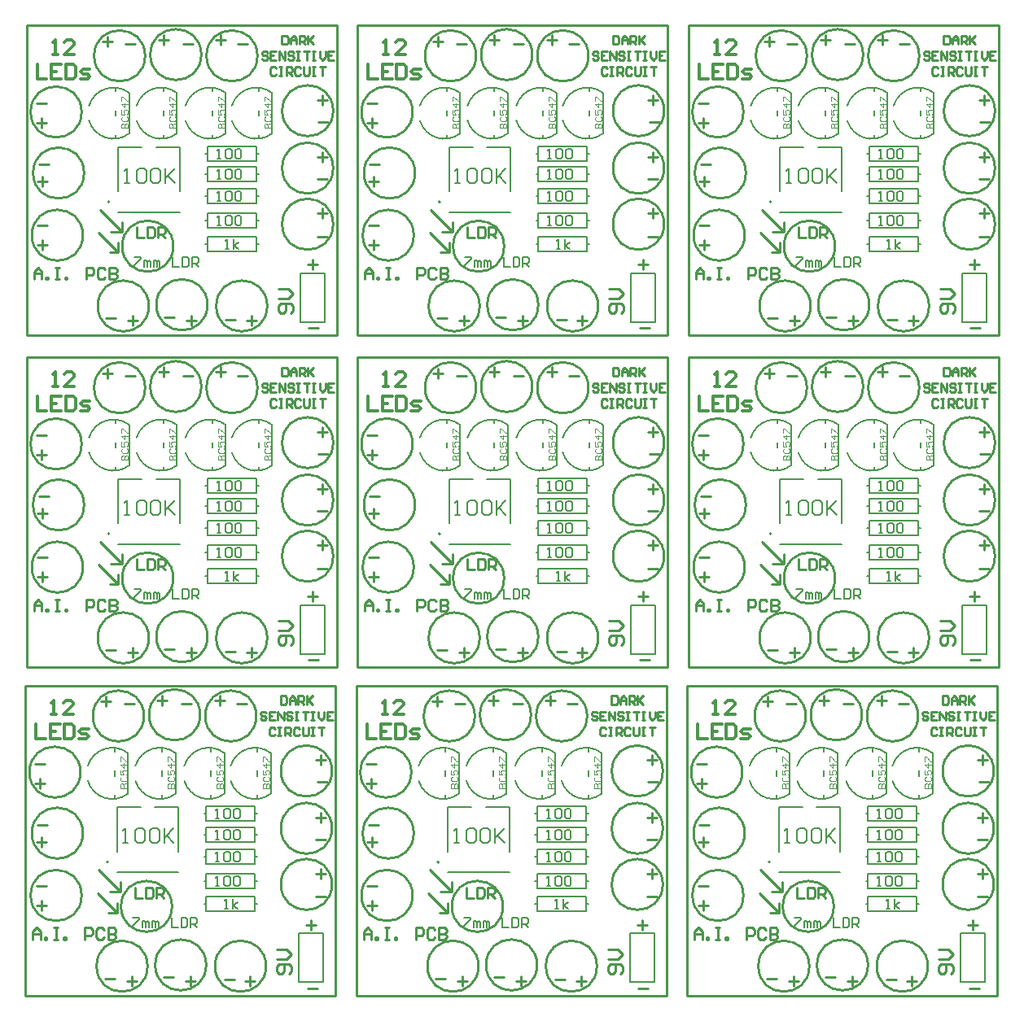
<source format=gto>
G04 Layer_Color=65535*
%FSLAX25Y25*%
%MOIN*%
G70*
G01*
G75*
%ADD20C,0.01000*%
%ADD21C,0.00600*%
%ADD22C,0.00787*%
%ADD23C,0.00500*%
%ADD24C,0.00906*%
%ADD25C,0.01181*%
%ADD26C,0.00394*%
D20*
X24433Y227500D02*
G03*
X24433Y227500I-10433J0D01*
G01*
X25433Y202500D02*
G03*
X25433Y202500I-10433J0D01*
G01*
X24933Y177000D02*
G03*
X24933Y177000I-10433J0D01*
G01*
X51933Y148000D02*
G03*
X51933Y148000I-10433J0D01*
G01*
X75933Y148500D02*
G03*
X75933Y148500I-10433J0D01*
G01*
X100433Y148000D02*
G03*
X100433Y148000I-10433J0D01*
G01*
X127433Y181500D02*
G03*
X127433Y181500I-10433J0D01*
G01*
Y204500D02*
G03*
X127433Y204500I-10433J0D01*
G01*
Y228000D02*
G03*
X127433Y228000I-10433J0D01*
G01*
X96433Y250500D02*
G03*
X96433Y250500I-10433J0D01*
G01*
X73433Y251000D02*
G03*
X73433Y251000I-10433J0D01*
G01*
X50433Y250500D02*
G03*
X50433Y250500I-10433J0D01*
G01*
X61933Y172500D02*
G03*
X61933Y172500I-10433J0D01*
G01*
X332933D02*
G03*
X332933Y172500I-10433J0D01*
G01*
X321433Y250500D02*
G03*
X321433Y250500I-10433J0D01*
G01*
X344433Y251000D02*
G03*
X344433Y251000I-10433J0D01*
G01*
X367433Y250500D02*
G03*
X367433Y250500I-10433J0D01*
G01*
X398433Y228000D02*
G03*
X398433Y228000I-10433J0D01*
G01*
Y204500D02*
G03*
X398433Y204500I-10433J0D01*
G01*
Y181500D02*
G03*
X398433Y181500I-10433J0D01*
G01*
X371433Y148000D02*
G03*
X371433Y148000I-10433J0D01*
G01*
X346933Y148500D02*
G03*
X346933Y148500I-10433J0D01*
G01*
X322933Y148000D02*
G03*
X322933Y148000I-10433J0D01*
G01*
X295933Y177000D02*
G03*
X295933Y177000I-10433J0D01*
G01*
X296433Y202500D02*
G03*
X296433Y202500I-10433J0D01*
G01*
X295433Y227500D02*
G03*
X295433Y227500I-10433J0D01*
G01*
X197433Y172500D02*
G03*
X197433Y172500I-10433J0D01*
G01*
X185933Y250500D02*
G03*
X185933Y250500I-10433J0D01*
G01*
X208933Y251000D02*
G03*
X208933Y251000I-10433J0D01*
G01*
X231933Y250500D02*
G03*
X231933Y250500I-10433J0D01*
G01*
X262933Y228000D02*
G03*
X262933Y228000I-10433J0D01*
G01*
Y204500D02*
G03*
X262933Y204500I-10433J0D01*
G01*
Y181500D02*
G03*
X262933Y181500I-10433J0D01*
G01*
X235933Y148000D02*
G03*
X235933Y148000I-10433J0D01*
G01*
X211433Y148500D02*
G03*
X211433Y148500I-10433J0D01*
G01*
X187433Y148000D02*
G03*
X187433Y148000I-10433J0D01*
G01*
X160433Y177000D02*
G03*
X160433Y177000I-10433J0D01*
G01*
X160933Y202500D02*
G03*
X160933Y202500I-10433J0D01*
G01*
X159933Y227500D02*
G03*
X159933Y227500I-10433J0D01*
G01*
X24433Y363500D02*
G03*
X24433Y363500I-10433J0D01*
G01*
X25433Y338500D02*
G03*
X25433Y338500I-10433J0D01*
G01*
X24933Y313000D02*
G03*
X24933Y313000I-10433J0D01*
G01*
X51933Y284000D02*
G03*
X51933Y284000I-10433J0D01*
G01*
X75933Y284500D02*
G03*
X75933Y284500I-10433J0D01*
G01*
X100433Y284000D02*
G03*
X100433Y284000I-10433J0D01*
G01*
X127433Y317500D02*
G03*
X127433Y317500I-10433J0D01*
G01*
Y340500D02*
G03*
X127433Y340500I-10433J0D01*
G01*
Y364000D02*
G03*
X127433Y364000I-10433J0D01*
G01*
X96433Y386500D02*
G03*
X96433Y386500I-10433J0D01*
G01*
X73433Y387000D02*
G03*
X73433Y387000I-10433J0D01*
G01*
X50433Y386500D02*
G03*
X50433Y386500I-10433J0D01*
G01*
X61933Y308500D02*
G03*
X61933Y308500I-10433J0D01*
G01*
X332933D02*
G03*
X332933Y308500I-10433J0D01*
G01*
X321433Y386500D02*
G03*
X321433Y386500I-10433J0D01*
G01*
X344433Y387000D02*
G03*
X344433Y387000I-10433J0D01*
G01*
X367433Y386500D02*
G03*
X367433Y386500I-10433J0D01*
G01*
X398433Y364000D02*
G03*
X398433Y364000I-10433J0D01*
G01*
Y340500D02*
G03*
X398433Y340500I-10433J0D01*
G01*
Y317500D02*
G03*
X398433Y317500I-10433J0D01*
G01*
X371433Y284000D02*
G03*
X371433Y284000I-10433J0D01*
G01*
X346933Y284500D02*
G03*
X346933Y284500I-10433J0D01*
G01*
X322933Y284000D02*
G03*
X322933Y284000I-10433J0D01*
G01*
X295933Y313000D02*
G03*
X295933Y313000I-10433J0D01*
G01*
X296433Y338500D02*
G03*
X296433Y338500I-10433J0D01*
G01*
X295433Y363500D02*
G03*
X295433Y363500I-10433J0D01*
G01*
X197433Y308500D02*
G03*
X197433Y308500I-10433J0D01*
G01*
X185933Y386500D02*
G03*
X185933Y386500I-10433J0D01*
G01*
X208933Y387000D02*
G03*
X208933Y387000I-10433J0D01*
G01*
X231933Y386500D02*
G03*
X231933Y386500I-10433J0D01*
G01*
X262933Y364000D02*
G03*
X262933Y364000I-10433J0D01*
G01*
Y340500D02*
G03*
X262933Y340500I-10433J0D01*
G01*
Y317500D02*
G03*
X262933Y317500I-10433J0D01*
G01*
X235933Y284000D02*
G03*
X235933Y284000I-10433J0D01*
G01*
X211433Y284500D02*
G03*
X211433Y284500I-10433J0D01*
G01*
X187433Y284000D02*
G03*
X187433Y284000I-10433J0D01*
G01*
X160433Y313000D02*
G03*
X160433Y313000I-10433J0D01*
G01*
X160933Y338500D02*
G03*
X160933Y338500I-10433J0D01*
G01*
X159933Y363500D02*
G03*
X159933Y363500I-10433J0D01*
G01*
X159433Y93000D02*
G03*
X159433Y93000I-10433J0D01*
G01*
X160433Y68000D02*
G03*
X160433Y68000I-10433J0D01*
G01*
X159933Y42500D02*
G03*
X159933Y42500I-10433J0D01*
G01*
X186933Y13500D02*
G03*
X186933Y13500I-10433J0D01*
G01*
X210933Y14000D02*
G03*
X210933Y14000I-10433J0D01*
G01*
X235433Y13500D02*
G03*
X235433Y13500I-10433J0D01*
G01*
X262433Y47000D02*
G03*
X262433Y47000I-10433J0D01*
G01*
Y70000D02*
G03*
X262433Y70000I-10433J0D01*
G01*
Y93500D02*
G03*
X262433Y93500I-10433J0D01*
G01*
X231433Y116000D02*
G03*
X231433Y116000I-10433J0D01*
G01*
X208433Y116500D02*
G03*
X208433Y116500I-10433J0D01*
G01*
X185433Y116000D02*
G03*
X185433Y116000I-10433J0D01*
G01*
X196933Y38000D02*
G03*
X196933Y38000I-10433J0D01*
G01*
X294933Y93000D02*
G03*
X294933Y93000I-10433J0D01*
G01*
X295933Y68000D02*
G03*
X295933Y68000I-10433J0D01*
G01*
X295433Y42500D02*
G03*
X295433Y42500I-10433J0D01*
G01*
X322433Y13500D02*
G03*
X322433Y13500I-10433J0D01*
G01*
X346433Y14000D02*
G03*
X346433Y14000I-10433J0D01*
G01*
X370933Y13500D02*
G03*
X370933Y13500I-10433J0D01*
G01*
X397933Y47000D02*
G03*
X397933Y47000I-10433J0D01*
G01*
Y70000D02*
G03*
X397933Y70000I-10433J0D01*
G01*
Y93500D02*
G03*
X397933Y93500I-10433J0D01*
G01*
X366933Y116000D02*
G03*
X366933Y116000I-10433J0D01*
G01*
X343933Y116500D02*
G03*
X343933Y116500I-10433J0D01*
G01*
X320933Y116000D02*
G03*
X320933Y116000I-10433J0D01*
G01*
X332433Y38000D02*
G03*
X332433Y38000I-10433J0D01*
G01*
X61433D02*
G03*
X61433Y38000I-10433J0D01*
G01*
X49933Y116000D02*
G03*
X49933Y116000I-10433J0D01*
G01*
X72933Y116500D02*
G03*
X72933Y116500I-10433J0D01*
G01*
X95933Y116000D02*
G03*
X95933Y116000I-10433J0D01*
G01*
X126933Y93500D02*
G03*
X126933Y93500I-10433J0D01*
G01*
Y70000D02*
G03*
X126933Y70000I-10433J0D01*
G01*
Y47000D02*
G03*
X126933Y47000I-10433J0D01*
G01*
X99933Y13500D02*
G03*
X99933Y13500I-10433J0D01*
G01*
X75433Y14000D02*
G03*
X75433Y14000I-10433J0D01*
G01*
X51433Y13500D02*
G03*
X51433Y13500I-10433J0D01*
G01*
X24433Y42500D02*
G03*
X24433Y42500I-10433J0D01*
G01*
X24933Y68000D02*
G03*
X24933Y68000I-10433J0D01*
G01*
X23933Y93000D02*
G03*
X23933Y93000I-10433J0D01*
G01*
X2000Y136000D02*
X129000D01*
Y263000D01*
X2000D02*
X129000D01*
X2000Y136000D02*
Y263000D01*
X32000Y187500D02*
X41000Y178500D01*
X36500D02*
X41000D01*
Y182500D01*
X31500Y178000D02*
X39500Y170000D01*
Y174000D01*
X36000Y170000D02*
X39500D01*
X307000D02*
X310500D01*
Y174000D01*
X302500Y178000D02*
X310500Y170000D01*
X312000Y178500D02*
Y182500D01*
X307500Y178500D02*
X312000D01*
X303000Y187500D02*
X312000Y178500D01*
X273000Y136000D02*
Y263000D01*
X400000D01*
Y136000D02*
Y263000D01*
X273000Y136000D02*
X400000D01*
X171500Y170000D02*
X175000D01*
Y174000D01*
X167000Y178000D02*
X175000Y170000D01*
X176500Y178500D02*
Y182500D01*
X172000Y178500D02*
X176500D01*
X167500Y187500D02*
X176500Y178500D01*
X137500Y136000D02*
Y263000D01*
X264500D01*
Y136000D02*
Y263000D01*
X137500Y136000D02*
X264500D01*
X2000Y272000D02*
X129000D01*
Y399000D01*
X2000D02*
X129000D01*
X2000Y272000D02*
Y399000D01*
X32000Y323500D02*
X41000Y314500D01*
X36500D02*
X41000D01*
Y318500D01*
X31500Y314000D02*
X39500Y306000D01*
Y310000D01*
X36000Y306000D02*
X39500D01*
X307000D02*
X310500D01*
Y310000D01*
X302500Y314000D02*
X310500Y306000D01*
X312000Y314500D02*
Y318500D01*
X307500Y314500D02*
X312000D01*
X303000Y323500D02*
X312000Y314500D01*
X273000Y272000D02*
Y399000D01*
X400000D01*
Y272000D02*
Y399000D01*
X273000Y272000D02*
X400000D01*
X171500Y306000D02*
X175000D01*
Y310000D01*
X167000Y314000D02*
X175000Y306000D01*
X176500Y314500D02*
Y318500D01*
X172000Y314500D02*
X176500D01*
X167500Y323500D02*
X176500Y314500D01*
X137500Y272000D02*
Y399000D01*
X264500D01*
Y272000D02*
Y399000D01*
X137500Y272000D02*
X264500D01*
X137000Y1500D02*
X264000D01*
Y128500D01*
X137000D02*
X264000D01*
X137000Y1500D02*
Y128500D01*
X167000Y53000D02*
X176000Y44000D01*
X171500D02*
X176000D01*
Y48000D01*
X166500Y43500D02*
X174500Y35500D01*
Y39500D01*
X171000Y35500D02*
X174500D01*
X272500Y1500D02*
X399500D01*
Y128500D01*
X272500D02*
X399500D01*
X272500Y1500D02*
Y128500D01*
X302500Y53000D02*
X311500Y44000D01*
X307000D02*
X311500D01*
Y48000D01*
X302000Y43500D02*
X310000Y35500D01*
Y39500D01*
X306500Y35500D02*
X310000D01*
X35500D02*
X39000D01*
Y39500D01*
X31000Y43500D02*
X39000Y35500D01*
X40500Y44000D02*
Y48000D01*
X36000Y44000D02*
X40500D01*
X31500Y53000D02*
X40500Y44000D01*
X1500Y1500D02*
Y128500D01*
X128500D01*
Y1500D02*
Y128500D01*
X1500Y1500D02*
X128500D01*
X117000Y164999D02*
X120999D01*
X118999Y166998D02*
Y163000D01*
X117500Y138999D02*
X121499D01*
X47000Y180329D02*
Y176000D01*
X49886D01*
X51329Y180329D02*
Y176000D01*
X53494D01*
X54216Y176722D01*
Y179608D01*
X53494Y180329D01*
X51329D01*
X55659Y176000D02*
Y180329D01*
X57823D01*
X58545Y179608D01*
Y178165D01*
X57823Y177443D01*
X55659D01*
X57102D02*
X58545Y176000D01*
X5000Y159000D02*
Y162149D01*
X6574Y163723D01*
X8149Y162149D01*
Y159000D01*
Y161361D01*
X5000D01*
X9723Y159000D02*
Y159787D01*
X10510D01*
Y159000D01*
X9723D01*
X13659Y163723D02*
X15233D01*
X14446D01*
Y159000D01*
X13659D01*
X15233D01*
X17594D02*
Y159787D01*
X18382D01*
Y159000D01*
X17594D01*
X26253D02*
Y163723D01*
X28614D01*
X29402Y162936D01*
Y161361D01*
X28614Y160574D01*
X26253D01*
X34124Y162936D02*
X33337Y163723D01*
X31763D01*
X30976Y162936D01*
Y159787D01*
X31763Y159000D01*
X33337D01*
X34124Y159787D01*
X35699Y163723D02*
Y159000D01*
X38060D01*
X38847Y159787D01*
Y160574D01*
X38060Y161361D01*
X35699D01*
X38060D01*
X38847Y162149D01*
Y162936D01*
X38060Y163723D01*
X35699D01*
X110000Y145000D02*
X111000Y146000D01*
Y147999D01*
X110000Y148999D01*
X106002D01*
X105002Y147999D01*
Y146000D01*
X106002Y145000D01*
X107001D01*
X108001Y146000D01*
Y148999D01*
X105002Y150998D02*
X109001D01*
X111000Y152997D01*
X109001Y154997D01*
X105002D01*
X33000Y256499D02*
X36999D01*
X34999Y258498D02*
Y254500D01*
X56000Y256999D02*
X59999D01*
X57999Y258998D02*
Y255000D01*
X79500Y256999D02*
X83499D01*
X81499Y258998D02*
Y255000D01*
X121000Y232499D02*
X124999D01*
X122999Y234498D02*
Y230500D01*
X121000Y208999D02*
X124999D01*
X122999Y210998D02*
Y207000D01*
X121000Y185999D02*
X124999D01*
X122999Y187998D02*
Y184000D01*
X92000Y141999D02*
X95999D01*
X93999Y143998D02*
Y140000D01*
X67500Y141999D02*
X71499D01*
X69499Y143998D02*
Y140000D01*
X43500Y141999D02*
X47499D01*
X45499Y143998D02*
Y140000D01*
X6500Y172999D02*
X10499D01*
X8499Y174998D02*
Y171000D01*
X6500Y198999D02*
X10499D01*
X8499Y200998D02*
Y197000D01*
X6000Y222999D02*
X9999D01*
X7999Y224998D02*
Y221000D01*
X42500Y255499D02*
X46499D01*
X66000D02*
X69999D01*
X88500D02*
X92499D01*
X121500Y223499D02*
X125499D01*
X121000Y199999D02*
X124999D01*
X121000Y176499D02*
X124999D01*
X83500Y142499D02*
X87499D01*
X58500Y143499D02*
X62499D01*
X34500Y142999D02*
X38499D01*
X6500Y180999D02*
X10499D01*
X7000Y205999D02*
X10999D01*
X6000Y230999D02*
X9999D01*
X277000D02*
X280999D01*
X278000Y205999D02*
X281999D01*
X277500Y180999D02*
X281499D01*
X305500Y142999D02*
X309499D01*
X329500Y143499D02*
X333499D01*
X354500Y142499D02*
X358499D01*
X392000Y176499D02*
X395999D01*
X392000Y199999D02*
X395999D01*
X392500Y223499D02*
X396499D01*
X359500Y255499D02*
X363499D01*
X337000D02*
X340999D01*
X313500D02*
X317499D01*
X277000Y222999D02*
X280999D01*
X278999Y224998D02*
Y221000D01*
X277500Y198999D02*
X281499D01*
X279499Y200998D02*
Y197000D01*
X277500Y172999D02*
X281499D01*
X279499Y174998D02*
Y171000D01*
X314500Y141999D02*
X318499D01*
X316499Y143998D02*
Y140000D01*
X338500Y141999D02*
X342499D01*
X340499Y143998D02*
Y140000D01*
X363000Y141999D02*
X366999D01*
X364999Y143998D02*
Y140000D01*
X392000Y185999D02*
X395999D01*
X393999Y187998D02*
Y184000D01*
X392000Y208999D02*
X395999D01*
X393999Y210998D02*
Y207000D01*
X392000Y232499D02*
X395999D01*
X393999Y234498D02*
Y230500D01*
X350500Y256999D02*
X354499D01*
X352499Y258998D02*
Y255000D01*
X327000Y256999D02*
X330999D01*
X328999Y258998D02*
Y255000D01*
X304000Y256499D02*
X307999D01*
X305999Y258498D02*
Y254500D01*
X381000Y145000D02*
X382000Y146000D01*
Y147999D01*
X381000Y148999D01*
X377002D01*
X376002Y147999D01*
Y146000D01*
X377002Y145000D01*
X378001D01*
X379001Y146000D01*
Y148999D01*
X376002Y150998D02*
X380001D01*
X382000Y152997D01*
X380001Y154997D01*
X376002D01*
X276000Y159000D02*
Y162149D01*
X277574Y163723D01*
X279149Y162149D01*
Y159000D01*
Y161361D01*
X276000D01*
X280723Y159000D02*
Y159787D01*
X281510D01*
Y159000D01*
X280723D01*
X284659Y163723D02*
X286233D01*
X285446D01*
Y159000D01*
X284659D01*
X286233D01*
X288594D02*
Y159787D01*
X289382D01*
Y159000D01*
X288594D01*
X297253D02*
Y163723D01*
X299614D01*
X300402Y162936D01*
Y161361D01*
X299614Y160574D01*
X297253D01*
X305124Y162936D02*
X304337Y163723D01*
X302763D01*
X301976Y162936D01*
Y159787D01*
X302763Y159000D01*
X304337D01*
X305124Y159787D01*
X306699Y163723D02*
Y159000D01*
X309060D01*
X309847Y159787D01*
Y160574D01*
X309060Y161361D01*
X306699D01*
X309060D01*
X309847Y162149D01*
Y162936D01*
X309060Y163723D01*
X306699D01*
X318000Y180329D02*
Y176000D01*
X320886D01*
X322329Y180329D02*
Y176000D01*
X324494D01*
X325216Y176722D01*
Y179608D01*
X324494Y180329D01*
X322329D01*
X326659Y176000D02*
Y180329D01*
X328823D01*
X329545Y179608D01*
Y178165D01*
X328823Y177443D01*
X326659D01*
X328102D02*
X329545Y176000D01*
X388500Y138999D02*
X392499D01*
X388000Y164999D02*
X391999D01*
X389999Y166998D02*
Y163000D01*
X141500Y230999D02*
X145499D01*
X142500Y205999D02*
X146499D01*
X142000Y180999D02*
X145999D01*
X170000Y142999D02*
X173999D01*
X194000Y143499D02*
X197999D01*
X219000Y142499D02*
X222999D01*
X256500Y176499D02*
X260499D01*
X256500Y199999D02*
X260499D01*
X257000Y223499D02*
X260999D01*
X224000Y255499D02*
X227999D01*
X201500D02*
X205499D01*
X178000D02*
X181999D01*
X141500Y222999D02*
X145499D01*
X143499Y224998D02*
Y221000D01*
X142000Y198999D02*
X145999D01*
X143999Y200998D02*
Y197000D01*
X142000Y172999D02*
X145999D01*
X143999Y174998D02*
Y171000D01*
X179000Y141999D02*
X182999D01*
X180999Y143998D02*
Y140000D01*
X203000Y141999D02*
X206999D01*
X204999Y143998D02*
Y140000D01*
X227500Y141999D02*
X231499D01*
X229499Y143998D02*
Y140000D01*
X256500Y185999D02*
X260499D01*
X258499Y187998D02*
Y184000D01*
X256500Y208999D02*
X260499D01*
X258499Y210998D02*
Y207000D01*
X256500Y232499D02*
X260499D01*
X258499Y234498D02*
Y230500D01*
X215000Y256999D02*
X218999D01*
X216999Y258998D02*
Y255000D01*
X191500Y256999D02*
X195499D01*
X193499Y258998D02*
Y255000D01*
X168500Y256499D02*
X172499D01*
X170499Y258498D02*
Y254500D01*
X245500Y145000D02*
X246500Y146000D01*
Y147999D01*
X245500Y148999D01*
X241502D01*
X240502Y147999D01*
Y146000D01*
X241502Y145000D01*
X242501D01*
X243501Y146000D01*
Y148999D01*
X240502Y150998D02*
X244501D01*
X246500Y152997D01*
X244501Y154997D01*
X240502D01*
X140500Y159000D02*
Y162149D01*
X142074Y163723D01*
X143649Y162149D01*
Y159000D01*
Y161361D01*
X140500D01*
X145223Y159000D02*
Y159787D01*
X146010D01*
Y159000D01*
X145223D01*
X149159Y163723D02*
X150733D01*
X149946D01*
Y159000D01*
X149159D01*
X150733D01*
X153094D02*
Y159787D01*
X153882D01*
Y159000D01*
X153094D01*
X161753D02*
Y163723D01*
X164114D01*
X164902Y162936D01*
Y161361D01*
X164114Y160574D01*
X161753D01*
X169624Y162936D02*
X168837Y163723D01*
X167263D01*
X166476Y162936D01*
Y159787D01*
X167263Y159000D01*
X168837D01*
X169624Y159787D01*
X171199Y163723D02*
Y159000D01*
X173560D01*
X174347Y159787D01*
Y160574D01*
X173560Y161361D01*
X171199D01*
X173560D01*
X174347Y162149D01*
Y162936D01*
X173560Y163723D01*
X171199D01*
X182500Y180329D02*
Y176000D01*
X185386D01*
X186829Y180329D02*
Y176000D01*
X188994D01*
X189716Y176722D01*
Y179608D01*
X188994Y180329D01*
X186829D01*
X191159Y176000D02*
Y180329D01*
X193323D01*
X194045Y179608D01*
Y178165D01*
X193323Y177443D01*
X191159D01*
X192602D02*
X194045Y176000D01*
X253000Y138999D02*
X256999D01*
X252500Y164999D02*
X256499D01*
X254499Y166998D02*
Y163000D01*
X117000Y300999D02*
X120999D01*
X118999Y302998D02*
Y299000D01*
X117500Y274999D02*
X121499D01*
X47000Y316329D02*
Y312000D01*
X49886D01*
X51329Y316329D02*
Y312000D01*
X53494D01*
X54216Y312721D01*
Y315608D01*
X53494Y316329D01*
X51329D01*
X55659Y312000D02*
Y316329D01*
X57823D01*
X58545Y315608D01*
Y314165D01*
X57823Y313443D01*
X55659D01*
X57102D02*
X58545Y312000D01*
X5000Y295000D02*
Y298149D01*
X6574Y299723D01*
X8149Y298149D01*
Y295000D01*
Y297361D01*
X5000D01*
X9723Y295000D02*
Y295787D01*
X10510D01*
Y295000D01*
X9723D01*
X13659Y299723D02*
X15233D01*
X14446D01*
Y295000D01*
X13659D01*
X15233D01*
X17594D02*
Y295787D01*
X18382D01*
Y295000D01*
X17594D01*
X26253D02*
Y299723D01*
X28614D01*
X29402Y298936D01*
Y297361D01*
X28614Y296574D01*
X26253D01*
X34124Y298936D02*
X33337Y299723D01*
X31763D01*
X30976Y298936D01*
Y295787D01*
X31763Y295000D01*
X33337D01*
X34124Y295787D01*
X35699Y299723D02*
Y295000D01*
X38060D01*
X38847Y295787D01*
Y296574D01*
X38060Y297361D01*
X35699D01*
X38060D01*
X38847Y298149D01*
Y298936D01*
X38060Y299723D01*
X35699D01*
X110000Y281000D02*
X111000Y282000D01*
Y283999D01*
X110000Y284999D01*
X106002D01*
X105002Y283999D01*
Y282000D01*
X106002Y281000D01*
X107001D01*
X108001Y282000D01*
Y284999D01*
X105002Y286998D02*
X109001D01*
X111000Y288997D01*
X109001Y290997D01*
X105002D01*
X33000Y392499D02*
X36999D01*
X34999Y394498D02*
Y390500D01*
X56000Y392999D02*
X59999D01*
X57999Y394998D02*
Y391000D01*
X79500Y392999D02*
X83499D01*
X81499Y394998D02*
Y391000D01*
X121000Y368499D02*
X124999D01*
X122999Y370498D02*
Y366500D01*
X121000Y344999D02*
X124999D01*
X122999Y346998D02*
Y343000D01*
X121000Y321999D02*
X124999D01*
X122999Y323998D02*
Y320000D01*
X92000Y277999D02*
X95999D01*
X93999Y279998D02*
Y276000D01*
X67500Y277999D02*
X71499D01*
X69499Y279998D02*
Y276000D01*
X43500Y277999D02*
X47499D01*
X45499Y279998D02*
Y276000D01*
X6500Y308999D02*
X10499D01*
X8499Y310998D02*
Y307000D01*
X6500Y334999D02*
X10499D01*
X8499Y336998D02*
Y333000D01*
X6000Y358999D02*
X9999D01*
X7999Y360998D02*
Y357000D01*
X42500Y391499D02*
X46499D01*
X66000D02*
X69999D01*
X88500D02*
X92499D01*
X121500Y359499D02*
X125499D01*
X121000Y335999D02*
X124999D01*
X121000Y312499D02*
X124999D01*
X83500Y278499D02*
X87499D01*
X58500Y279499D02*
X62499D01*
X34500Y278999D02*
X38499D01*
X6500Y316999D02*
X10499D01*
X7000Y341999D02*
X10999D01*
X6000Y366999D02*
X9999D01*
X277000D02*
X280999D01*
X278000Y341999D02*
X281999D01*
X277500Y316999D02*
X281499D01*
X305500Y278999D02*
X309499D01*
X329500Y279499D02*
X333499D01*
X354500Y278499D02*
X358499D01*
X392000Y312499D02*
X395999D01*
X392000Y335999D02*
X395999D01*
X392500Y359499D02*
X396499D01*
X359500Y391499D02*
X363499D01*
X337000D02*
X340999D01*
X313500D02*
X317499D01*
X277000Y358999D02*
X280999D01*
X278999Y360998D02*
Y357000D01*
X277500Y334999D02*
X281499D01*
X279499Y336998D02*
Y333000D01*
X277500Y308999D02*
X281499D01*
X279499Y310998D02*
Y307000D01*
X314500Y277999D02*
X318499D01*
X316499Y279998D02*
Y276000D01*
X338500Y277999D02*
X342499D01*
X340499Y279998D02*
Y276000D01*
X363000Y277999D02*
X366999D01*
X364999Y279998D02*
Y276000D01*
X392000Y321999D02*
X395999D01*
X393999Y323998D02*
Y320000D01*
X392000Y344999D02*
X395999D01*
X393999Y346998D02*
Y343000D01*
X392000Y368499D02*
X395999D01*
X393999Y370498D02*
Y366500D01*
X350500Y392999D02*
X354499D01*
X352499Y394998D02*
Y391000D01*
X327000Y392999D02*
X330999D01*
X328999Y394998D02*
Y391000D01*
X304000Y392499D02*
X307999D01*
X305999Y394498D02*
Y390500D01*
X381000Y281000D02*
X382000Y282000D01*
Y283999D01*
X381000Y284999D01*
X377002D01*
X376002Y283999D01*
Y282000D01*
X377002Y281000D01*
X378001D01*
X379001Y282000D01*
Y284999D01*
X376002Y286998D02*
X380001D01*
X382000Y288997D01*
X380001Y290997D01*
X376002D01*
X276000Y295000D02*
Y298149D01*
X277574Y299723D01*
X279149Y298149D01*
Y295000D01*
Y297361D01*
X276000D01*
X280723Y295000D02*
Y295787D01*
X281510D01*
Y295000D01*
X280723D01*
X284659Y299723D02*
X286233D01*
X285446D01*
Y295000D01*
X284659D01*
X286233D01*
X288594D02*
Y295787D01*
X289382D01*
Y295000D01*
X288594D01*
X297253D02*
Y299723D01*
X299614D01*
X300402Y298936D01*
Y297361D01*
X299614Y296574D01*
X297253D01*
X305124Y298936D02*
X304337Y299723D01*
X302763D01*
X301976Y298936D01*
Y295787D01*
X302763Y295000D01*
X304337D01*
X305124Y295787D01*
X306699Y299723D02*
Y295000D01*
X309060D01*
X309847Y295787D01*
Y296574D01*
X309060Y297361D01*
X306699D01*
X309060D01*
X309847Y298149D01*
Y298936D01*
X309060Y299723D01*
X306699D01*
X318000Y316329D02*
Y312000D01*
X320886D01*
X322329Y316329D02*
Y312000D01*
X324494D01*
X325216Y312721D01*
Y315608D01*
X324494Y316329D01*
X322329D01*
X326659Y312000D02*
Y316329D01*
X328823D01*
X329545Y315608D01*
Y314165D01*
X328823Y313443D01*
X326659D01*
X328102D02*
X329545Y312000D01*
X388500Y274999D02*
X392499D01*
X388000Y300999D02*
X391999D01*
X389999Y302998D02*
Y299000D01*
X141500Y366999D02*
X145499D01*
X142500Y341999D02*
X146499D01*
X142000Y316999D02*
X145999D01*
X170000Y278999D02*
X173999D01*
X194000Y279499D02*
X197999D01*
X219000Y278499D02*
X222999D01*
X256500Y312499D02*
X260499D01*
X256500Y335999D02*
X260499D01*
X257000Y359499D02*
X260999D01*
X224000Y391499D02*
X227999D01*
X201500D02*
X205499D01*
X178000D02*
X181999D01*
X141500Y358999D02*
X145499D01*
X143499Y360998D02*
Y357000D01*
X142000Y334999D02*
X145999D01*
X143999Y336998D02*
Y333000D01*
X142000Y308999D02*
X145999D01*
X143999Y310998D02*
Y307000D01*
X179000Y277999D02*
X182999D01*
X180999Y279998D02*
Y276000D01*
X203000Y277999D02*
X206999D01*
X204999Y279998D02*
Y276000D01*
X227500Y277999D02*
X231499D01*
X229499Y279998D02*
Y276000D01*
X256500Y321999D02*
X260499D01*
X258499Y323998D02*
Y320000D01*
X256500Y344999D02*
X260499D01*
X258499Y346998D02*
Y343000D01*
X256500Y368499D02*
X260499D01*
X258499Y370498D02*
Y366500D01*
X215000Y392999D02*
X218999D01*
X216999Y394998D02*
Y391000D01*
X191500Y392999D02*
X195499D01*
X193499Y394998D02*
Y391000D01*
X168500Y392499D02*
X172499D01*
X170499Y394498D02*
Y390500D01*
X245500Y281000D02*
X246500Y282000D01*
Y283999D01*
X245500Y284999D01*
X241502D01*
X240502Y283999D01*
Y282000D01*
X241502Y281000D01*
X242501D01*
X243501Y282000D01*
Y284999D01*
X240502Y286998D02*
X244501D01*
X246500Y288997D01*
X244501Y290997D01*
X240502D01*
X140500Y295000D02*
Y298149D01*
X142074Y299723D01*
X143649Y298149D01*
Y295000D01*
Y297361D01*
X140500D01*
X145223Y295000D02*
Y295787D01*
X146010D01*
Y295000D01*
X145223D01*
X149159Y299723D02*
X150733D01*
X149946D01*
Y295000D01*
X149159D01*
X150733D01*
X153094D02*
Y295787D01*
X153882D01*
Y295000D01*
X153094D01*
X161753D02*
Y299723D01*
X164114D01*
X164902Y298936D01*
Y297361D01*
X164114Y296574D01*
X161753D01*
X169624Y298936D02*
X168837Y299723D01*
X167263D01*
X166476Y298936D01*
Y295787D01*
X167263Y295000D01*
X168837D01*
X169624Y295787D01*
X171199Y299723D02*
Y295000D01*
X173560D01*
X174347Y295787D01*
Y296574D01*
X173560Y297361D01*
X171199D01*
X173560D01*
X174347Y298149D01*
Y298936D01*
X173560Y299723D01*
X171199D01*
X182500Y316329D02*
Y312000D01*
X185386D01*
X186829Y316329D02*
Y312000D01*
X188994D01*
X189716Y312721D01*
Y315608D01*
X188994Y316329D01*
X186829D01*
X191159Y312000D02*
Y316329D01*
X193323D01*
X194045Y315608D01*
Y314165D01*
X193323Y313443D01*
X191159D01*
X192602D02*
X194045Y312000D01*
X253000Y274999D02*
X256999D01*
X252500Y300999D02*
X256499D01*
X254499Y302998D02*
Y299000D01*
X252000Y30499D02*
X255999D01*
X253999Y32498D02*
Y28500D01*
X252500Y4499D02*
X256499D01*
X182000Y45829D02*
Y41500D01*
X184886D01*
X186329Y45829D02*
Y41500D01*
X188494D01*
X189216Y42222D01*
Y45108D01*
X188494Y45829D01*
X186329D01*
X190659Y41500D02*
Y45829D01*
X192823D01*
X193545Y45108D01*
Y43665D01*
X192823Y42943D01*
X190659D01*
X192102D02*
X193545Y41500D01*
X140000Y24500D02*
Y27649D01*
X141574Y29223D01*
X143149Y27649D01*
Y24500D01*
Y26861D01*
X140000D01*
X144723Y24500D02*
Y25287D01*
X145510D01*
Y24500D01*
X144723D01*
X148659Y29223D02*
X150233D01*
X149446D01*
Y24500D01*
X148659D01*
X150233D01*
X152594D02*
Y25287D01*
X153382D01*
Y24500D01*
X152594D01*
X161253D02*
Y29223D01*
X163614D01*
X164402Y28436D01*
Y26861D01*
X163614Y26074D01*
X161253D01*
X169124Y28436D02*
X168337Y29223D01*
X166763D01*
X165976Y28436D01*
Y25287D01*
X166763Y24500D01*
X168337D01*
X169124Y25287D01*
X170699Y29223D02*
Y24500D01*
X173060D01*
X173847Y25287D01*
Y26074D01*
X173060Y26861D01*
X170699D01*
X173060D01*
X173847Y27649D01*
Y28436D01*
X173060Y29223D01*
X170699D01*
X245000Y10500D02*
X246000Y11500D01*
Y13499D01*
X245000Y14499D01*
X241002D01*
X240002Y13499D01*
Y11500D01*
X241002Y10500D01*
X242001D01*
X243001Y11500D01*
Y14499D01*
X240002Y16498D02*
X244001D01*
X246000Y18497D01*
X244001Y20497D01*
X240002D01*
X168000Y121999D02*
X171999D01*
X169999Y123998D02*
Y120000D01*
X191000Y122499D02*
X194999D01*
X192999Y124498D02*
Y120500D01*
X214500Y122499D02*
X218499D01*
X216499Y124498D02*
Y120500D01*
X256000Y97999D02*
X259999D01*
X257999Y99998D02*
Y96000D01*
X256000Y74499D02*
X259999D01*
X257999Y76498D02*
Y72500D01*
X256000Y51499D02*
X259999D01*
X257999Y53498D02*
Y49500D01*
X227000Y7499D02*
X230999D01*
X228999Y9498D02*
Y5500D01*
X202500Y7499D02*
X206499D01*
X204499Y9498D02*
Y5500D01*
X178500Y7499D02*
X182499D01*
X180499Y9498D02*
Y5500D01*
X141500Y38499D02*
X145499D01*
X143499Y40498D02*
Y36500D01*
X141500Y64499D02*
X145499D01*
X143499Y66498D02*
Y62500D01*
X141000Y88499D02*
X144999D01*
X142999Y90498D02*
Y86500D01*
X177500Y120999D02*
X181499D01*
X201000D02*
X204999D01*
X223500D02*
X227499D01*
X256500Y88999D02*
X260499D01*
X256000Y65499D02*
X259999D01*
X256000Y41999D02*
X259999D01*
X218500Y7999D02*
X222499D01*
X193500Y8999D02*
X197499D01*
X169500Y8499D02*
X173499D01*
X141500Y46499D02*
X145499D01*
X142000Y71499D02*
X145999D01*
X141000Y96499D02*
X144999D01*
X387500Y30499D02*
X391499D01*
X389499Y32498D02*
Y28500D01*
X388000Y4499D02*
X391999D01*
X317500Y45829D02*
Y41500D01*
X320386D01*
X321829Y45829D02*
Y41500D01*
X323994D01*
X324715Y42222D01*
Y45108D01*
X323994Y45829D01*
X321829D01*
X326159Y41500D02*
Y45829D01*
X328323D01*
X329045Y45108D01*
Y43665D01*
X328323Y42943D01*
X326159D01*
X327602D02*
X329045Y41500D01*
X275500Y24500D02*
Y27649D01*
X277074Y29223D01*
X278649Y27649D01*
Y24500D01*
Y26861D01*
X275500D01*
X280223Y24500D02*
Y25287D01*
X281010D01*
Y24500D01*
X280223D01*
X284159Y29223D02*
X285733D01*
X284946D01*
Y24500D01*
X284159D01*
X285733D01*
X288094D02*
Y25287D01*
X288881D01*
Y24500D01*
X288094D01*
X296753D02*
Y29223D01*
X299114D01*
X299902Y28436D01*
Y26861D01*
X299114Y26074D01*
X296753D01*
X304624Y28436D02*
X303837Y29223D01*
X302263D01*
X301476Y28436D01*
Y25287D01*
X302263Y24500D01*
X303837D01*
X304624Y25287D01*
X306199Y29223D02*
Y24500D01*
X308560D01*
X309347Y25287D01*
Y26074D01*
X308560Y26861D01*
X306199D01*
X308560D01*
X309347Y27649D01*
Y28436D01*
X308560Y29223D01*
X306199D01*
X380500Y10500D02*
X381500Y11500D01*
Y13499D01*
X380500Y14499D01*
X376502D01*
X375502Y13499D01*
Y11500D01*
X376502Y10500D01*
X377501D01*
X378501Y11500D01*
Y14499D01*
X375502Y16498D02*
X379501D01*
X381500Y18497D01*
X379501Y20497D01*
X375502D01*
X303500Y121999D02*
X307499D01*
X305499Y123998D02*
Y120000D01*
X326500Y122499D02*
X330499D01*
X328499Y124498D02*
Y120500D01*
X350000Y122499D02*
X353999D01*
X351999Y124498D02*
Y120500D01*
X391500Y97999D02*
X395499D01*
X393499Y99998D02*
Y96000D01*
X391500Y74499D02*
X395499D01*
X393499Y76498D02*
Y72500D01*
X391500Y51499D02*
X395499D01*
X393499Y53498D02*
Y49500D01*
X362500Y7499D02*
X366499D01*
X364499Y9498D02*
Y5500D01*
X338000Y7499D02*
X341999D01*
X339999Y9498D02*
Y5500D01*
X314000Y7499D02*
X317999D01*
X315999Y9498D02*
Y5500D01*
X277000Y38499D02*
X280999D01*
X278999Y40498D02*
Y36500D01*
X277000Y64499D02*
X280999D01*
X278999Y66498D02*
Y62500D01*
X276500Y88499D02*
X280499D01*
X278499Y90498D02*
Y86500D01*
X313000Y120999D02*
X316999D01*
X336500D02*
X340499D01*
X359000D02*
X362999D01*
X392000Y88999D02*
X395999D01*
X391500Y65499D02*
X395499D01*
X391500Y41999D02*
X395499D01*
X354000Y7999D02*
X357999D01*
X329000Y8999D02*
X332999D01*
X305000Y8499D02*
X308999D01*
X277000Y46499D02*
X280999D01*
X277500Y71499D02*
X281499D01*
X276500Y96499D02*
X280499D01*
X5500D02*
X9499D01*
X6500Y71499D02*
X10499D01*
X6000Y46499D02*
X9999D01*
X34000Y8499D02*
X37999D01*
X58000Y8999D02*
X61999D01*
X83000Y7999D02*
X86999D01*
X120500Y41999D02*
X124499D01*
X120500Y65499D02*
X124499D01*
X121000Y88999D02*
X124999D01*
X88000Y120999D02*
X91999D01*
X65500D02*
X69499D01*
X42000D02*
X45999D01*
X5500Y88499D02*
X9499D01*
X7499Y90498D02*
Y86500D01*
X6000Y64499D02*
X9999D01*
X7999Y66498D02*
Y62500D01*
X6000Y38499D02*
X9999D01*
X7999Y40498D02*
Y36500D01*
X43000Y7499D02*
X46999D01*
X44999Y9498D02*
Y5500D01*
X67000Y7499D02*
X70999D01*
X68999Y9498D02*
Y5500D01*
X91500Y7499D02*
X95499D01*
X93499Y9498D02*
Y5500D01*
X120500Y51499D02*
X124499D01*
X122499Y53498D02*
Y49500D01*
X120500Y74499D02*
X124499D01*
X122499Y76498D02*
Y72500D01*
X120500Y97999D02*
X124499D01*
X122499Y99998D02*
Y96000D01*
X79000Y122499D02*
X82999D01*
X80999Y124498D02*
Y120500D01*
X55500Y122499D02*
X59499D01*
X57499Y124498D02*
Y120500D01*
X32500Y121999D02*
X36499D01*
X34499Y123998D02*
Y120000D01*
X109500Y10500D02*
X110500Y11500D01*
Y13499D01*
X109500Y14499D01*
X105502D01*
X104502Y13499D01*
Y11500D01*
X105502Y10500D01*
X106501D01*
X107501Y11500D01*
Y14499D01*
X104502Y16498D02*
X108501D01*
X110500Y18497D01*
X108501Y20497D01*
X104502D01*
X4500Y24500D02*
Y27649D01*
X6074Y29223D01*
X7649Y27649D01*
Y24500D01*
Y26861D01*
X4500D01*
X9223Y24500D02*
Y25287D01*
X10010D01*
Y24500D01*
X9223D01*
X13159Y29223D02*
X14733D01*
X13946D01*
Y24500D01*
X13159D01*
X14733D01*
X17094D02*
Y25287D01*
X17882D01*
Y24500D01*
X17094D01*
X25753D02*
Y29223D01*
X28114D01*
X28902Y28436D01*
Y26861D01*
X28114Y26074D01*
X25753D01*
X33625Y28436D02*
X32837Y29223D01*
X31263D01*
X30476Y28436D01*
Y25287D01*
X31263Y24500D01*
X32837D01*
X33625Y25287D01*
X35199Y29223D02*
Y24500D01*
X37560D01*
X38347Y25287D01*
Y26074D01*
X37560Y26861D01*
X35199D01*
X37560D01*
X38347Y27649D01*
Y28436D01*
X37560Y29223D01*
X35199D01*
X46500Y45829D02*
Y41500D01*
X49386D01*
X50829Y45829D02*
Y41500D01*
X52994D01*
X53715Y42222D01*
Y45108D01*
X52994Y45829D01*
X50829D01*
X55159Y41500D02*
Y45829D01*
X57323D01*
X58045Y45108D01*
Y43665D01*
X57323Y42943D01*
X55159D01*
X56602D02*
X58045Y41500D01*
X117000Y4499D02*
X120999D01*
X116500Y30499D02*
X120499D01*
X118499Y32498D02*
Y28500D01*
D21*
X102464Y235276D02*
G03*
X85959Y230072I-6464J-8274D01*
G01*
Y223928D02*
G03*
X102464Y218724I10041J3070D01*
G01*
X83464Y235276D02*
G03*
X66959Y230072I-6464J-8274D01*
G01*
Y223928D02*
G03*
X83464Y218724I10041J3070D01*
G01*
X63464Y235276D02*
G03*
X46959Y230072I-6464J-8274D01*
G01*
Y223928D02*
G03*
X63464Y218724I10041J3070D01*
G01*
X43964Y235276D02*
G03*
X27459Y230072I-6464J-8274D01*
G01*
Y223928D02*
G03*
X43964Y218724I10041J3070D01*
G01*
X314964Y235276D02*
G03*
X298459Y230072I-6464J-8274D01*
G01*
Y223928D02*
G03*
X314964Y218724I10041J3070D01*
G01*
X334464Y235276D02*
G03*
X317959Y230072I-6464J-8274D01*
G01*
Y223928D02*
G03*
X334464Y218724I10041J3070D01*
G01*
X354464Y235276D02*
G03*
X337959Y230072I-6464J-8274D01*
G01*
Y223928D02*
G03*
X354464Y218724I10041J3070D01*
G01*
X373464Y235276D02*
G03*
X356959Y230072I-6464J-8274D01*
G01*
Y223928D02*
G03*
X373464Y218724I10041J3070D01*
G01*
X179464Y235276D02*
G03*
X162959Y230072I-6464J-8274D01*
G01*
Y223928D02*
G03*
X179464Y218724I10041J3070D01*
G01*
X198964Y235276D02*
G03*
X182459Y230072I-6464J-8274D01*
G01*
Y223928D02*
G03*
X198964Y218724I10041J3070D01*
G01*
X218964Y235276D02*
G03*
X202459Y230072I-6464J-8274D01*
G01*
Y223928D02*
G03*
X218964Y218724I10041J3070D01*
G01*
X237964Y235276D02*
G03*
X221459Y230072I-6464J-8274D01*
G01*
Y223928D02*
G03*
X237964Y218724I10041J3070D01*
G01*
X102464Y371276D02*
G03*
X85959Y366072I-6464J-8274D01*
G01*
Y359928D02*
G03*
X102464Y354724I10041J3070D01*
G01*
X83464Y371276D02*
G03*
X66959Y366072I-6464J-8274D01*
G01*
Y359928D02*
G03*
X83464Y354724I10041J3070D01*
G01*
X63464Y371276D02*
G03*
X46959Y366072I-6464J-8274D01*
G01*
Y359928D02*
G03*
X63464Y354724I10041J3070D01*
G01*
X43964Y371276D02*
G03*
X27459Y366072I-6464J-8274D01*
G01*
Y359928D02*
G03*
X43964Y354724I10041J3070D01*
G01*
X314964Y371276D02*
G03*
X298459Y366072I-6464J-8274D01*
G01*
Y359928D02*
G03*
X314964Y354724I10041J3070D01*
G01*
X334464Y371276D02*
G03*
X317959Y366072I-6464J-8274D01*
G01*
Y359928D02*
G03*
X334464Y354724I10041J3070D01*
G01*
X354464Y371276D02*
G03*
X337959Y366072I-6464J-8274D01*
G01*
Y359928D02*
G03*
X354464Y354724I10041J3070D01*
G01*
X373464Y371276D02*
G03*
X356959Y366072I-6464J-8274D01*
G01*
Y359928D02*
G03*
X373464Y354724I10041J3070D01*
G01*
X179464Y371276D02*
G03*
X162959Y366072I-6464J-8274D01*
G01*
Y359928D02*
G03*
X179464Y354724I10041J3070D01*
G01*
X198964Y371276D02*
G03*
X182459Y366072I-6464J-8274D01*
G01*
Y359928D02*
G03*
X198964Y354724I10041J3070D01*
G01*
X218964Y371276D02*
G03*
X202459Y366072I-6464J-8274D01*
G01*
Y359928D02*
G03*
X218964Y354724I10041J3070D01*
G01*
X237964Y371276D02*
G03*
X221459Y366072I-6464J-8274D01*
G01*
Y359928D02*
G03*
X237964Y354724I10041J3070D01*
G01*
X237464Y100776D02*
G03*
X220959Y95572I-6464J-8274D01*
G01*
Y89428D02*
G03*
X237464Y84224I10041J3070D01*
G01*
X218464Y100776D02*
G03*
X201959Y95572I-6464J-8274D01*
G01*
Y89428D02*
G03*
X218464Y84224I10041J3070D01*
G01*
X198464Y100776D02*
G03*
X181959Y95572I-6464J-8274D01*
G01*
Y89428D02*
G03*
X198464Y84224I10041J3070D01*
G01*
X178964Y100776D02*
G03*
X162459Y95572I-6464J-8274D01*
G01*
Y89428D02*
G03*
X178964Y84224I10041J3070D01*
G01*
X372964Y100776D02*
G03*
X356459Y95572I-6464J-8274D01*
G01*
Y89428D02*
G03*
X372964Y84224I10041J3070D01*
G01*
X353964Y100776D02*
G03*
X337459Y95572I-6464J-8274D01*
G01*
Y89428D02*
G03*
X353964Y84224I10041J3070D01*
G01*
X333964Y100776D02*
G03*
X317459Y95572I-6464J-8274D01*
G01*
Y89428D02*
G03*
X333964Y84224I10041J3070D01*
G01*
X314464Y100776D02*
G03*
X297959Y95572I-6464J-8274D01*
G01*
Y89428D02*
G03*
X314464Y84224I10041J3070D01*
G01*
X43464Y100776D02*
G03*
X26959Y95572I-6464J-8274D01*
G01*
Y89428D02*
G03*
X43464Y84224I10041J3070D01*
G01*
X62964Y100776D02*
G03*
X46459Y95572I-6464J-8274D01*
G01*
Y89428D02*
G03*
X62964Y84224I10041J3070D01*
G01*
X82964Y100776D02*
G03*
X66459Y95572I-6464J-8274D01*
G01*
Y89428D02*
G03*
X82964Y84224I10041J3070D01*
G01*
X101964Y100776D02*
G03*
X85459Y95572I-6464J-8274D01*
G01*
Y89428D02*
G03*
X101964Y84224I10041J3070D01*
G01*
X97000Y235874D02*
Y237453D01*
Y225874D02*
Y228126D01*
Y216547D02*
Y218126D01*
X102500Y218752D02*
Y235248D01*
X78000Y235874D02*
Y237453D01*
Y225874D02*
Y228126D01*
Y216547D02*
Y218126D01*
X83500Y218752D02*
Y235248D01*
X58000Y235874D02*
Y237453D01*
Y225874D02*
Y228126D01*
Y216547D02*
Y218126D01*
X63500Y218752D02*
Y235248D01*
X38500Y235874D02*
Y237453D01*
Y225874D02*
Y228126D01*
Y216547D02*
Y218126D01*
X44000Y218752D02*
Y235248D01*
X309500Y235874D02*
Y237453D01*
Y225874D02*
Y228126D01*
Y216547D02*
Y218126D01*
X315000Y218752D02*
Y235248D01*
X329000Y235874D02*
Y237453D01*
Y225874D02*
Y228126D01*
Y216547D02*
Y218126D01*
X334500Y218752D02*
Y235248D01*
X349000Y235874D02*
Y237453D01*
Y225874D02*
Y228126D01*
Y216547D02*
Y218126D01*
X354500Y218752D02*
Y235248D01*
X368000Y235874D02*
Y237453D01*
Y225874D02*
Y228126D01*
Y216547D02*
Y218126D01*
X373500Y218752D02*
Y235248D01*
X174000Y235874D02*
Y237453D01*
Y225874D02*
Y228126D01*
Y216547D02*
Y218126D01*
X179500Y218752D02*
Y235248D01*
X193500Y235874D02*
Y237453D01*
Y225874D02*
Y228126D01*
Y216547D02*
Y218126D01*
X199000Y218752D02*
Y235248D01*
X213500Y235874D02*
Y237453D01*
Y225874D02*
Y228126D01*
Y216547D02*
Y218126D01*
X219000Y218752D02*
Y235248D01*
X232500Y235874D02*
Y237453D01*
Y225874D02*
Y228126D01*
Y216547D02*
Y218126D01*
X238000Y218752D02*
Y235248D01*
X97000Y371874D02*
Y373453D01*
Y361874D02*
Y364126D01*
Y352547D02*
Y354126D01*
X102500Y354752D02*
Y371248D01*
X78000Y371874D02*
Y373453D01*
Y361874D02*
Y364126D01*
Y352547D02*
Y354126D01*
X83500Y354752D02*
Y371248D01*
X58000Y371874D02*
Y373453D01*
Y361874D02*
Y364126D01*
Y352547D02*
Y354126D01*
X63500Y354752D02*
Y371248D01*
X38500Y371874D02*
Y373453D01*
Y361874D02*
Y364126D01*
Y352547D02*
Y354126D01*
X44000Y354752D02*
Y371248D01*
X309500Y371874D02*
Y373453D01*
Y361874D02*
Y364126D01*
Y352547D02*
Y354126D01*
X315000Y354752D02*
Y371248D01*
X329000Y371874D02*
Y373453D01*
Y361874D02*
Y364126D01*
Y352547D02*
Y354126D01*
X334500Y354752D02*
Y371248D01*
X349000Y371874D02*
Y373453D01*
Y361874D02*
Y364126D01*
Y352547D02*
Y354126D01*
X354500Y354752D02*
Y371248D01*
X368000Y371874D02*
Y373453D01*
Y361874D02*
Y364126D01*
Y352547D02*
Y354126D01*
X373500Y354752D02*
Y371248D01*
X174000Y371874D02*
Y373453D01*
Y361874D02*
Y364126D01*
Y352547D02*
Y354126D01*
X179500Y354752D02*
Y371248D01*
X193500Y371874D02*
Y373453D01*
Y361874D02*
Y364126D01*
Y352547D02*
Y354126D01*
X199000Y354752D02*
Y371248D01*
X213500Y371874D02*
Y373453D01*
Y361874D02*
Y364126D01*
Y352547D02*
Y354126D01*
X219000Y354752D02*
Y371248D01*
X232500Y371874D02*
Y373453D01*
Y361874D02*
Y364126D01*
Y352547D02*
Y354126D01*
X238000Y354752D02*
Y371248D01*
X232000Y101374D02*
Y102953D01*
Y91374D02*
Y93626D01*
Y82047D02*
Y83626D01*
X237500Y84252D02*
Y100748D01*
X213000Y101374D02*
Y102953D01*
Y91374D02*
Y93626D01*
Y82047D02*
Y83626D01*
X218500Y84252D02*
Y100748D01*
X193000Y101374D02*
Y102953D01*
Y91374D02*
Y93626D01*
Y82047D02*
Y83626D01*
X198500Y84252D02*
Y100748D01*
X173500Y101374D02*
Y102953D01*
Y91374D02*
Y93626D01*
Y82047D02*
Y83626D01*
X179000Y84252D02*
Y100748D01*
X367500Y101374D02*
Y102953D01*
Y91374D02*
Y93626D01*
Y82047D02*
Y83626D01*
X373000Y84252D02*
Y100748D01*
X348500Y101374D02*
Y102953D01*
Y91374D02*
Y93626D01*
Y82047D02*
Y83626D01*
X354000Y84252D02*
Y100748D01*
X328500Y101374D02*
Y102953D01*
Y91374D02*
Y93626D01*
Y82047D02*
Y83626D01*
X334000Y84252D02*
Y100748D01*
X309000Y101374D02*
Y102953D01*
Y91374D02*
Y93626D01*
Y82047D02*
Y83626D01*
X314500Y84252D02*
Y100748D01*
X38000Y101374D02*
Y102953D01*
Y91374D02*
Y93626D01*
Y82047D02*
Y83626D01*
X43500Y84252D02*
Y100748D01*
X57500Y101374D02*
Y102953D01*
Y91374D02*
Y93626D01*
Y82047D02*
Y83626D01*
X63000Y84252D02*
Y100748D01*
X77500Y101374D02*
Y102953D01*
Y91374D02*
Y93626D01*
Y82047D02*
Y83626D01*
X83000Y84252D02*
Y100748D01*
X96500Y101374D02*
Y102953D01*
Y91374D02*
Y93626D01*
Y82047D02*
Y83626D01*
X102000Y84252D02*
Y100748D01*
D22*
X35858Y190657D02*
G03*
X35858Y190657I-394J0D01*
G01*
X306858D02*
G03*
X306858Y190657I-394J0D01*
G01*
X171358D02*
G03*
X171358Y190657I-394J0D01*
G01*
X35858Y326658D02*
G03*
X35858Y326658I-394J0D01*
G01*
X306858D02*
G03*
X306858Y326658I-394J0D01*
G01*
X171358D02*
G03*
X171358Y326658I-394J0D01*
G01*
X170858Y56157D02*
G03*
X170858Y56157I-394J0D01*
G01*
X306358D02*
G03*
X306358Y56157I-394J0D01*
G01*
X35358D02*
G03*
X35358Y56157I-394J0D01*
G01*
X124000Y141500D02*
Y161500D01*
X114000D02*
X124000D01*
X114000Y141500D02*
Y161500D01*
Y141500D02*
X124000D01*
X75100Y193000D02*
X76000D01*
X96000D02*
X96900D01*
X76000D02*
Y196000D01*
X96000D01*
Y190000D02*
Y196000D01*
X76000Y190000D02*
X96000D01*
X76000D02*
Y193000D01*
X75100Y202000D02*
X76000D01*
X96000D02*
X96900D01*
X76000D02*
Y205000D01*
X96000D01*
Y199000D02*
Y205000D01*
X76000Y199000D02*
X96000D01*
X76000D02*
Y202000D01*
X75100Y183000D02*
X76000D01*
X96000D02*
X96900D01*
X76000D02*
Y186000D01*
X96000D01*
Y180000D02*
Y186000D01*
X76000Y180000D02*
X96000D01*
X76000D02*
Y183000D01*
X96000Y210500D02*
X96900D01*
X75100D02*
X76000D01*
X96000Y207500D02*
Y210500D01*
X76000Y207500D02*
X96000D01*
X76000D02*
Y213500D01*
X96000D01*
Y210500D02*
Y213500D01*
X75100Y173500D02*
X76000D01*
X96000D02*
X96900D01*
X76000D02*
Y176500D01*
X96000D01*
Y170500D02*
Y176500D01*
X76000Y170500D02*
X96000D01*
X76000D02*
Y173500D01*
X346100D02*
X347000D01*
X367000D02*
X367900D01*
X347000D02*
Y176500D01*
X367000D01*
Y170500D02*
Y176500D01*
X347000Y170500D02*
X367000D01*
X347000D02*
Y173500D01*
X367000Y210500D02*
X367900D01*
X346100D02*
X347000D01*
X367000Y207500D02*
Y210500D01*
X347000Y207500D02*
X367000D01*
X347000D02*
Y213500D01*
X367000D01*
Y210500D02*
Y213500D01*
X346100Y183000D02*
X347000D01*
X367000D02*
X367900D01*
X347000D02*
Y186000D01*
X367000D01*
Y180000D02*
Y186000D01*
X347000Y180000D02*
X367000D01*
X347000D02*
Y183000D01*
X346100Y202000D02*
X347000D01*
X367000D02*
X367900D01*
X347000D02*
Y205000D01*
X367000D01*
Y199000D02*
Y205000D01*
X347000Y199000D02*
X367000D01*
X347000D02*
Y202000D01*
X346100Y193000D02*
X347000D01*
X367000D02*
X367900D01*
X347000D02*
Y196000D01*
X367000D01*
Y190000D02*
Y196000D01*
X347000Y190000D02*
X367000D01*
X347000D02*
Y193000D01*
X395000Y141500D02*
Y161500D01*
X385000D02*
X395000D01*
X385000Y141500D02*
Y161500D01*
Y141500D02*
X395000D01*
X210600Y173500D02*
X211500D01*
X231500D02*
X232400D01*
X211500D02*
Y176500D01*
X231500D01*
Y170500D02*
Y176500D01*
X211500Y170500D02*
X231500D01*
X211500D02*
Y173500D01*
X231500Y210500D02*
X232400D01*
X210600D02*
X211500D01*
X231500Y207500D02*
Y210500D01*
X211500Y207500D02*
X231500D01*
X211500D02*
Y213500D01*
X231500D01*
Y210500D02*
Y213500D01*
X210600Y183000D02*
X211500D01*
X231500D02*
X232400D01*
X211500D02*
Y186000D01*
X231500D01*
Y180000D02*
Y186000D01*
X211500Y180000D02*
X231500D01*
X211500D02*
Y183000D01*
X210600Y202000D02*
X211500D01*
X231500D02*
X232400D01*
X211500D02*
Y205000D01*
X231500D01*
Y199000D02*
Y205000D01*
X211500Y199000D02*
X231500D01*
X211500D02*
Y202000D01*
X210600Y193000D02*
X211500D01*
X231500D02*
X232400D01*
X211500D02*
Y196000D01*
X231500D01*
Y190000D02*
Y196000D01*
X211500Y190000D02*
X231500D01*
X211500D02*
Y193000D01*
X259500Y141500D02*
Y161500D01*
X249500D02*
X259500D01*
X249500Y141500D02*
Y161500D01*
Y141500D02*
X259500D01*
X124000Y277500D02*
Y297500D01*
X114000D02*
X124000D01*
X114000Y277500D02*
Y297500D01*
Y277500D02*
X124000D01*
X75100Y329000D02*
X76000D01*
X96000D02*
X96900D01*
X76000D02*
Y332000D01*
X96000D01*
Y326000D02*
Y332000D01*
X76000Y326000D02*
X96000D01*
X76000D02*
Y329000D01*
X75100Y338000D02*
X76000D01*
X96000D02*
X96900D01*
X76000D02*
Y341000D01*
X96000D01*
Y335000D02*
Y341000D01*
X76000Y335000D02*
X96000D01*
X76000D02*
Y338000D01*
X75100Y319000D02*
X76000D01*
X96000D02*
X96900D01*
X76000D02*
Y322000D01*
X96000D01*
Y316000D02*
Y322000D01*
X76000Y316000D02*
X96000D01*
X76000D02*
Y319000D01*
X96000Y346500D02*
X96900D01*
X75100D02*
X76000D01*
X96000Y343500D02*
Y346500D01*
X76000Y343500D02*
X96000D01*
X76000D02*
Y349500D01*
X96000D01*
Y346500D02*
Y349500D01*
X75100Y309500D02*
X76000D01*
X96000D02*
X96900D01*
X76000D02*
Y312500D01*
X96000D01*
Y306500D02*
Y312500D01*
X76000Y306500D02*
X96000D01*
X76000D02*
Y309500D01*
X346100D02*
X347000D01*
X367000D02*
X367900D01*
X347000D02*
Y312500D01*
X367000D01*
Y306500D02*
Y312500D01*
X347000Y306500D02*
X367000D01*
X347000D02*
Y309500D01*
X367000Y346500D02*
X367900D01*
X346100D02*
X347000D01*
X367000Y343500D02*
Y346500D01*
X347000Y343500D02*
X367000D01*
X347000D02*
Y349500D01*
X367000D01*
Y346500D02*
Y349500D01*
X346100Y319000D02*
X347000D01*
X367000D02*
X367900D01*
X347000D02*
Y322000D01*
X367000D01*
Y316000D02*
Y322000D01*
X347000Y316000D02*
X367000D01*
X347000D02*
Y319000D01*
X346100Y338000D02*
X347000D01*
X367000D02*
X367900D01*
X347000D02*
Y341000D01*
X367000D01*
Y335000D02*
Y341000D01*
X347000Y335000D02*
X367000D01*
X347000D02*
Y338000D01*
X346100Y329000D02*
X347000D01*
X367000D02*
X367900D01*
X347000D02*
Y332000D01*
X367000D01*
Y326000D02*
Y332000D01*
X347000Y326000D02*
X367000D01*
X347000D02*
Y329000D01*
X395000Y277500D02*
Y297500D01*
X385000D02*
X395000D01*
X385000Y277500D02*
Y297500D01*
Y277500D02*
X395000D01*
X210600Y309500D02*
X211500D01*
X231500D02*
X232400D01*
X211500D02*
Y312500D01*
X231500D01*
Y306500D02*
Y312500D01*
X211500Y306500D02*
X231500D01*
X211500D02*
Y309500D01*
X231500Y346500D02*
X232400D01*
X210600D02*
X211500D01*
X231500Y343500D02*
Y346500D01*
X211500Y343500D02*
X231500D01*
X211500D02*
Y349500D01*
X231500D01*
Y346500D02*
Y349500D01*
X210600Y319000D02*
X211500D01*
X231500D02*
X232400D01*
X211500D02*
Y322000D01*
X231500D01*
Y316000D02*
Y322000D01*
X211500Y316000D02*
X231500D01*
X211500D02*
Y319000D01*
X210600Y338000D02*
X211500D01*
X231500D02*
X232400D01*
X211500D02*
Y341000D01*
X231500D01*
Y335000D02*
Y341000D01*
X211500Y335000D02*
X231500D01*
X211500D02*
Y338000D01*
X210600Y329000D02*
X211500D01*
X231500D02*
X232400D01*
X211500D02*
Y332000D01*
X231500D01*
Y326000D02*
Y332000D01*
X211500Y326000D02*
X231500D01*
X211500D02*
Y329000D01*
X259500Y277500D02*
Y297500D01*
X249500D02*
X259500D01*
X249500Y277500D02*
Y297500D01*
Y277500D02*
X259500D01*
X259000Y7000D02*
Y27000D01*
X249000D02*
X259000D01*
X249000Y7000D02*
Y27000D01*
Y7000D02*
X259000D01*
X210100Y58500D02*
X211000D01*
X231000D02*
X231900D01*
X211000D02*
Y61500D01*
X231000D01*
Y55500D02*
Y61500D01*
X211000Y55500D02*
X231000D01*
X211000D02*
Y58500D01*
X210100Y67500D02*
X211000D01*
X231000D02*
X231900D01*
X211000D02*
Y70500D01*
X231000D01*
Y64500D02*
Y70500D01*
X211000Y64500D02*
X231000D01*
X211000D02*
Y67500D01*
X210100Y48500D02*
X211000D01*
X231000D02*
X231900D01*
X211000D02*
Y51500D01*
X231000D01*
Y45500D02*
Y51500D01*
X211000Y45500D02*
X231000D01*
X211000D02*
Y48500D01*
X231000Y76000D02*
X231900D01*
X210100D02*
X211000D01*
X231000Y73000D02*
Y76000D01*
X211000Y73000D02*
X231000D01*
X211000D02*
Y79000D01*
X231000D01*
Y76000D02*
Y79000D01*
X210100Y39000D02*
X211000D01*
X231000D02*
X231900D01*
X211000D02*
Y42000D01*
X231000D01*
Y36000D02*
Y42000D01*
X211000Y36000D02*
X231000D01*
X211000D02*
Y39000D01*
X394500Y7000D02*
Y27000D01*
X384500D02*
X394500D01*
X384500Y7000D02*
Y27000D01*
Y7000D02*
X394500D01*
X345600Y58500D02*
X346500D01*
X366500D02*
X367400D01*
X346500D02*
Y61500D01*
X366500D01*
Y55500D02*
Y61500D01*
X346500Y55500D02*
X366500D01*
X346500D02*
Y58500D01*
X345600Y67500D02*
X346500D01*
X366500D02*
X367400D01*
X346500D02*
Y70500D01*
X366500D01*
Y64500D02*
Y70500D01*
X346500Y64500D02*
X366500D01*
X346500D02*
Y67500D01*
X345600Y48500D02*
X346500D01*
X366500D02*
X367400D01*
X346500D02*
Y51500D01*
X366500D01*
Y45500D02*
Y51500D01*
X346500Y45500D02*
X366500D01*
X346500D02*
Y48500D01*
X366500Y76000D02*
X367400D01*
X345600D02*
X346500D01*
X366500Y73000D02*
Y76000D01*
X346500Y73000D02*
X366500D01*
X346500D02*
Y79000D01*
X366500D01*
Y76000D02*
Y79000D01*
X345600Y39000D02*
X346500D01*
X366500D02*
X367400D01*
X346500D02*
Y42000D01*
X366500D01*
Y36000D02*
Y42000D01*
X346500Y36000D02*
X366500D01*
X346500D02*
Y39000D01*
X74600D02*
X75500D01*
X95500D02*
X96400D01*
X75500D02*
Y42000D01*
X95500D01*
Y36000D02*
Y42000D01*
X75500Y36000D02*
X95500D01*
X75500D02*
Y39000D01*
X95500Y76000D02*
X96400D01*
X74600D02*
X75500D01*
X95500Y73000D02*
Y76000D01*
X75500Y73000D02*
X95500D01*
X75500D02*
Y79000D01*
X95500D01*
Y76000D02*
Y79000D01*
X74600Y48500D02*
X75500D01*
X95500D02*
X96400D01*
X75500D02*
Y51500D01*
X95500D01*
Y45500D02*
Y51500D01*
X75500Y45500D02*
X95500D01*
X75500D02*
Y48500D01*
X74600Y67500D02*
X75500D01*
X95500D02*
X96400D01*
X75500D02*
Y70500D01*
X95500D01*
Y64500D02*
Y70500D01*
X75500Y64500D02*
X95500D01*
X75500D02*
Y67500D01*
X74600Y58500D02*
X75500D01*
X95500D02*
X96400D01*
X75500D02*
Y61500D01*
X95500D01*
Y55500D02*
Y61500D01*
X75500Y55500D02*
X95500D01*
X75500D02*
Y58500D01*
X123500Y7000D02*
Y27000D01*
X113500D02*
X123500D01*
X113500Y7000D02*
Y27000D01*
Y7000D02*
X123500D01*
X46000Y167936D02*
X48624D01*
Y167280D01*
X46000Y164656D01*
Y164000D01*
X49936D02*
Y166624D01*
X50592D01*
X51248Y165968D01*
Y164000D01*
Y165968D01*
X51904Y166624D01*
X52560Y165968D01*
Y164000D01*
X53872D02*
Y166624D01*
X54527D01*
X55183Y165968D01*
Y164000D01*
Y165968D01*
X55839Y166624D01*
X56495Y165968D01*
Y164000D01*
X61743Y167936D02*
Y164000D01*
X64367D01*
X65679Y167936D02*
Y164000D01*
X67647D01*
X68303Y164656D01*
Y167280D01*
X67647Y167936D01*
X65679D01*
X69614Y164000D02*
Y167936D01*
X71582D01*
X72238Y167280D01*
Y165968D01*
X71582Y165312D01*
X69614D01*
X70926D02*
X72238Y164000D01*
X83500Y171500D02*
X84812D01*
X84156D01*
Y175436D01*
X83500Y174780D01*
X86780Y171500D02*
Y175436D01*
Y172812D02*
X88748Y174124D01*
X86780Y172812D02*
X88748Y171500D01*
X42000Y198500D02*
X43968D01*
X42984D01*
Y204404D01*
X42000Y203420D01*
X46920D02*
X47904Y204404D01*
X49872D01*
X50855Y203420D01*
Y199484D01*
X49872Y198500D01*
X47904D01*
X46920Y199484D01*
Y203420D01*
X52823D02*
X53807Y204404D01*
X55775D01*
X56759Y203420D01*
Y199484D01*
X55775Y198500D01*
X53807D01*
X52823Y199484D01*
Y203420D01*
X58727Y204404D02*
Y198500D01*
Y200468D01*
X62663Y204404D01*
X59711Y201452D01*
X62663Y198500D01*
X80000Y208500D02*
X81312D01*
X80656D01*
Y212436D01*
X80000Y211780D01*
X83280D02*
X83936Y212436D01*
X85248D01*
X85904Y211780D01*
Y209156D01*
X85248Y208500D01*
X83936D01*
X83280Y209156D01*
Y211780D01*
X87216D02*
X87871Y212436D01*
X89183D01*
X89839Y211780D01*
Y209156D01*
X89183Y208500D01*
X87871D01*
X87216Y209156D01*
Y211780D01*
X80000Y200000D02*
X81312D01*
X80656D01*
Y203936D01*
X80000Y203280D01*
X83280D02*
X83936Y203936D01*
X85248D01*
X85904Y203280D01*
Y200656D01*
X85248Y200000D01*
X83936D01*
X83280Y200656D01*
Y203280D01*
X87216D02*
X87871Y203936D01*
X89183D01*
X89839Y203280D01*
Y200656D01*
X89183Y200000D01*
X87871D01*
X87216Y200656D01*
Y203280D01*
X80000Y191000D02*
X81312D01*
X80656D01*
Y194936D01*
X80000Y194280D01*
X83280D02*
X83936Y194936D01*
X85248D01*
X85904Y194280D01*
Y191656D01*
X85248Y191000D01*
X83936D01*
X83280Y191656D01*
Y194280D01*
X87216D02*
X87871Y194936D01*
X89183D01*
X89839Y194280D01*
Y191656D01*
X89183Y191000D01*
X87871D01*
X87216Y191656D01*
Y194280D01*
X80000Y181000D02*
X81312D01*
X80656D01*
Y184936D01*
X80000Y184280D01*
X83280D02*
X83936Y184936D01*
X85248D01*
X85904Y184280D01*
Y181656D01*
X85248Y181000D01*
X83936D01*
X83280Y181656D01*
Y184280D01*
X87216D02*
X87871Y184936D01*
X89183D01*
X89839Y184280D01*
Y181656D01*
X89183Y181000D01*
X87871D01*
X87216Y181656D01*
Y184280D01*
X351000Y181000D02*
X352312D01*
X351656D01*
Y184936D01*
X351000Y184280D01*
X354280D02*
X354936Y184936D01*
X356248D01*
X356904Y184280D01*
Y181656D01*
X356248Y181000D01*
X354936D01*
X354280Y181656D01*
Y184280D01*
X358215D02*
X358872Y184936D01*
X360183D01*
X360839Y184280D01*
Y181656D01*
X360183Y181000D01*
X358872D01*
X358215Y181656D01*
Y184280D01*
X351000Y191000D02*
X352312D01*
X351656D01*
Y194936D01*
X351000Y194280D01*
X354280D02*
X354936Y194936D01*
X356248D01*
X356904Y194280D01*
Y191656D01*
X356248Y191000D01*
X354936D01*
X354280Y191656D01*
Y194280D01*
X358215D02*
X358872Y194936D01*
X360183D01*
X360839Y194280D01*
Y191656D01*
X360183Y191000D01*
X358872D01*
X358215Y191656D01*
Y194280D01*
X351000Y200000D02*
X352312D01*
X351656D01*
Y203936D01*
X351000Y203280D01*
X354280D02*
X354936Y203936D01*
X356248D01*
X356904Y203280D01*
Y200656D01*
X356248Y200000D01*
X354936D01*
X354280Y200656D01*
Y203280D01*
X358215D02*
X358872Y203936D01*
X360183D01*
X360839Y203280D01*
Y200656D01*
X360183Y200000D01*
X358872D01*
X358215Y200656D01*
Y203280D01*
X351000Y208500D02*
X352312D01*
X351656D01*
Y212436D01*
X351000Y211780D01*
X354280D02*
X354936Y212436D01*
X356248D01*
X356904Y211780D01*
Y209156D01*
X356248Y208500D01*
X354936D01*
X354280Y209156D01*
Y211780D01*
X358215D02*
X358872Y212436D01*
X360183D01*
X360839Y211780D01*
Y209156D01*
X360183Y208500D01*
X358872D01*
X358215Y209156D01*
Y211780D01*
X313000Y198500D02*
X314968D01*
X313984D01*
Y204404D01*
X313000Y203420D01*
X317920D02*
X318904Y204404D01*
X320871D01*
X321855Y203420D01*
Y199484D01*
X320871Y198500D01*
X318904D01*
X317920Y199484D01*
Y203420D01*
X323823D02*
X324807Y204404D01*
X326775D01*
X327759Y203420D01*
Y199484D01*
X326775Y198500D01*
X324807D01*
X323823Y199484D01*
Y203420D01*
X329727Y204404D02*
Y198500D01*
Y200468D01*
X333663Y204404D01*
X330711Y201452D01*
X333663Y198500D01*
X354500Y171500D02*
X355812D01*
X355156D01*
Y175436D01*
X354500Y174780D01*
X357780Y171500D02*
Y175436D01*
Y172812D02*
X359748Y174124D01*
X357780Y172812D02*
X359748Y171500D01*
X317000Y167936D02*
X319624D01*
Y167280D01*
X317000Y164656D01*
Y164000D01*
X320936D02*
Y166624D01*
X321592D01*
X322248Y165968D01*
Y164000D01*
Y165968D01*
X322904Y166624D01*
X323560Y165968D01*
Y164000D01*
X324871D02*
Y166624D01*
X325527D01*
X326183Y165968D01*
Y164000D01*
Y165968D01*
X326839Y166624D01*
X327495Y165968D01*
Y164000D01*
X332743Y167936D02*
Y164000D01*
X335367D01*
X336679Y167936D02*
Y164000D01*
X338647D01*
X339302Y164656D01*
Y167280D01*
X338647Y167936D01*
X336679D01*
X340614Y164000D02*
Y167936D01*
X342582D01*
X343238Y167280D01*
Y165968D01*
X342582Y165312D01*
X340614D01*
X341926D02*
X343238Y164000D01*
X215500Y181000D02*
X216812D01*
X216156D01*
Y184936D01*
X215500Y184280D01*
X218780D02*
X219436Y184936D01*
X220748D01*
X221404Y184280D01*
Y181656D01*
X220748Y181000D01*
X219436D01*
X218780Y181656D01*
Y184280D01*
X222715D02*
X223372Y184936D01*
X224683D01*
X225339Y184280D01*
Y181656D01*
X224683Y181000D01*
X223372D01*
X222715Y181656D01*
Y184280D01*
X215500Y191000D02*
X216812D01*
X216156D01*
Y194936D01*
X215500Y194280D01*
X218780D02*
X219436Y194936D01*
X220748D01*
X221404Y194280D01*
Y191656D01*
X220748Y191000D01*
X219436D01*
X218780Y191656D01*
Y194280D01*
X222715D02*
X223372Y194936D01*
X224683D01*
X225339Y194280D01*
Y191656D01*
X224683Y191000D01*
X223372D01*
X222715Y191656D01*
Y194280D01*
X215500Y200000D02*
X216812D01*
X216156D01*
Y203936D01*
X215500Y203280D01*
X218780D02*
X219436Y203936D01*
X220748D01*
X221404Y203280D01*
Y200656D01*
X220748Y200000D01*
X219436D01*
X218780Y200656D01*
Y203280D01*
X222715D02*
X223372Y203936D01*
X224683D01*
X225339Y203280D01*
Y200656D01*
X224683Y200000D01*
X223372D01*
X222715Y200656D01*
Y203280D01*
X215500Y208500D02*
X216812D01*
X216156D01*
Y212436D01*
X215500Y211780D01*
X218780D02*
X219436Y212436D01*
X220748D01*
X221404Y211780D01*
Y209156D01*
X220748Y208500D01*
X219436D01*
X218780Y209156D01*
Y211780D01*
X222715D02*
X223372Y212436D01*
X224683D01*
X225339Y211780D01*
Y209156D01*
X224683Y208500D01*
X223372D01*
X222715Y209156D01*
Y211780D01*
X177500Y198500D02*
X179468D01*
X178484D01*
Y204404D01*
X177500Y203420D01*
X182420D02*
X183404Y204404D01*
X185371D01*
X186355Y203420D01*
Y199484D01*
X185371Y198500D01*
X183404D01*
X182420Y199484D01*
Y203420D01*
X188323D02*
X189307Y204404D01*
X191275D01*
X192259Y203420D01*
Y199484D01*
X191275Y198500D01*
X189307D01*
X188323Y199484D01*
Y203420D01*
X194227Y204404D02*
Y198500D01*
Y200468D01*
X198163Y204404D01*
X195211Y201452D01*
X198163Y198500D01*
X219000Y171500D02*
X220312D01*
X219656D01*
Y175436D01*
X219000Y174780D01*
X222280Y171500D02*
Y175436D01*
Y172812D02*
X224248Y174124D01*
X222280Y172812D02*
X224248Y171500D01*
X181500Y167936D02*
X184124D01*
Y167280D01*
X181500Y164656D01*
Y164000D01*
X185436D02*
Y166624D01*
X186092D01*
X186748Y165968D01*
Y164000D01*
Y165968D01*
X187404Y166624D01*
X188060Y165968D01*
Y164000D01*
X189372D02*
Y166624D01*
X190027D01*
X190683Y165968D01*
Y164000D01*
Y165968D01*
X191339Y166624D01*
X191995Y165968D01*
Y164000D01*
X197243Y167936D02*
Y164000D01*
X199867D01*
X201179Y167936D02*
Y164000D01*
X203147D01*
X203802Y164656D01*
Y167280D01*
X203147Y167936D01*
X201179D01*
X205114Y164000D02*
Y167936D01*
X207082D01*
X207738Y167280D01*
Y165968D01*
X207082Y165312D01*
X205114D01*
X206426D02*
X207738Y164000D01*
X46000Y303936D02*
X48624D01*
Y303280D01*
X46000Y300656D01*
Y300000D01*
X49936D02*
Y302624D01*
X50592D01*
X51248Y301968D01*
Y300000D01*
Y301968D01*
X51904Y302624D01*
X52560Y301968D01*
Y300000D01*
X53872D02*
Y302624D01*
X54527D01*
X55183Y301968D01*
Y300000D01*
Y301968D01*
X55839Y302624D01*
X56495Y301968D01*
Y300000D01*
X61743Y303936D02*
Y300000D01*
X64367D01*
X65679Y303936D02*
Y300000D01*
X67647D01*
X68303Y300656D01*
Y303280D01*
X67647Y303936D01*
X65679D01*
X69614Y300000D02*
Y303936D01*
X71582D01*
X72238Y303280D01*
Y301968D01*
X71582Y301312D01*
X69614D01*
X70926D02*
X72238Y300000D01*
X83500Y307500D02*
X84812D01*
X84156D01*
Y311436D01*
X83500Y310780D01*
X86780Y307500D02*
Y311436D01*
Y308812D02*
X88748Y310124D01*
X86780Y308812D02*
X88748Y307500D01*
X42000Y334500D02*
X43968D01*
X42984D01*
Y340404D01*
X42000Y339420D01*
X46920D02*
X47904Y340404D01*
X49872D01*
X50855Y339420D01*
Y335484D01*
X49872Y334500D01*
X47904D01*
X46920Y335484D01*
Y339420D01*
X52823D02*
X53807Y340404D01*
X55775D01*
X56759Y339420D01*
Y335484D01*
X55775Y334500D01*
X53807D01*
X52823Y335484D01*
Y339420D01*
X58727Y340404D02*
Y334500D01*
Y336468D01*
X62663Y340404D01*
X59711Y337452D01*
X62663Y334500D01*
X80000Y344500D02*
X81312D01*
X80656D01*
Y348436D01*
X80000Y347780D01*
X83280D02*
X83936Y348436D01*
X85248D01*
X85904Y347780D01*
Y345156D01*
X85248Y344500D01*
X83936D01*
X83280Y345156D01*
Y347780D01*
X87216D02*
X87871Y348436D01*
X89183D01*
X89839Y347780D01*
Y345156D01*
X89183Y344500D01*
X87871D01*
X87216Y345156D01*
Y347780D01*
X80000Y336000D02*
X81312D01*
X80656D01*
Y339936D01*
X80000Y339280D01*
X83280D02*
X83936Y339936D01*
X85248D01*
X85904Y339280D01*
Y336656D01*
X85248Y336000D01*
X83936D01*
X83280Y336656D01*
Y339280D01*
X87216D02*
X87871Y339936D01*
X89183D01*
X89839Y339280D01*
Y336656D01*
X89183Y336000D01*
X87871D01*
X87216Y336656D01*
Y339280D01*
X80000Y327000D02*
X81312D01*
X80656D01*
Y330936D01*
X80000Y330280D01*
X83280D02*
X83936Y330936D01*
X85248D01*
X85904Y330280D01*
Y327656D01*
X85248Y327000D01*
X83936D01*
X83280Y327656D01*
Y330280D01*
X87216D02*
X87871Y330936D01*
X89183D01*
X89839Y330280D01*
Y327656D01*
X89183Y327000D01*
X87871D01*
X87216Y327656D01*
Y330280D01*
X80000Y317000D02*
X81312D01*
X80656D01*
Y320936D01*
X80000Y320280D01*
X83280D02*
X83936Y320936D01*
X85248D01*
X85904Y320280D01*
Y317656D01*
X85248Y317000D01*
X83936D01*
X83280Y317656D01*
Y320280D01*
X87216D02*
X87871Y320936D01*
X89183D01*
X89839Y320280D01*
Y317656D01*
X89183Y317000D01*
X87871D01*
X87216Y317656D01*
Y320280D01*
X351000Y317000D02*
X352312D01*
X351656D01*
Y320936D01*
X351000Y320280D01*
X354280D02*
X354936Y320936D01*
X356248D01*
X356904Y320280D01*
Y317656D01*
X356248Y317000D01*
X354936D01*
X354280Y317656D01*
Y320280D01*
X358215D02*
X358872Y320936D01*
X360183D01*
X360839Y320280D01*
Y317656D01*
X360183Y317000D01*
X358872D01*
X358215Y317656D01*
Y320280D01*
X351000Y327000D02*
X352312D01*
X351656D01*
Y330936D01*
X351000Y330280D01*
X354280D02*
X354936Y330936D01*
X356248D01*
X356904Y330280D01*
Y327656D01*
X356248Y327000D01*
X354936D01*
X354280Y327656D01*
Y330280D01*
X358215D02*
X358872Y330936D01*
X360183D01*
X360839Y330280D01*
Y327656D01*
X360183Y327000D01*
X358872D01*
X358215Y327656D01*
Y330280D01*
X351000Y336000D02*
X352312D01*
X351656D01*
Y339936D01*
X351000Y339280D01*
X354280D02*
X354936Y339936D01*
X356248D01*
X356904Y339280D01*
Y336656D01*
X356248Y336000D01*
X354936D01*
X354280Y336656D01*
Y339280D01*
X358215D02*
X358872Y339936D01*
X360183D01*
X360839Y339280D01*
Y336656D01*
X360183Y336000D01*
X358872D01*
X358215Y336656D01*
Y339280D01*
X351000Y344500D02*
X352312D01*
X351656D01*
Y348436D01*
X351000Y347780D01*
X354280D02*
X354936Y348436D01*
X356248D01*
X356904Y347780D01*
Y345156D01*
X356248Y344500D01*
X354936D01*
X354280Y345156D01*
Y347780D01*
X358215D02*
X358872Y348436D01*
X360183D01*
X360839Y347780D01*
Y345156D01*
X360183Y344500D01*
X358872D01*
X358215Y345156D01*
Y347780D01*
X313000Y334500D02*
X314968D01*
X313984D01*
Y340404D01*
X313000Y339420D01*
X317920D02*
X318904Y340404D01*
X320871D01*
X321855Y339420D01*
Y335484D01*
X320871Y334500D01*
X318904D01*
X317920Y335484D01*
Y339420D01*
X323823D02*
X324807Y340404D01*
X326775D01*
X327759Y339420D01*
Y335484D01*
X326775Y334500D01*
X324807D01*
X323823Y335484D01*
Y339420D01*
X329727Y340404D02*
Y334500D01*
Y336468D01*
X333663Y340404D01*
X330711Y337452D01*
X333663Y334500D01*
X354500Y307500D02*
X355812D01*
X355156D01*
Y311436D01*
X354500Y310780D01*
X357780Y307500D02*
Y311436D01*
Y308812D02*
X359748Y310124D01*
X357780Y308812D02*
X359748Y307500D01*
X317000Y303936D02*
X319624D01*
Y303280D01*
X317000Y300656D01*
Y300000D01*
X320936D02*
Y302624D01*
X321592D01*
X322248Y301968D01*
Y300000D01*
Y301968D01*
X322904Y302624D01*
X323560Y301968D01*
Y300000D01*
X324871D02*
Y302624D01*
X325527D01*
X326183Y301968D01*
Y300000D01*
Y301968D01*
X326839Y302624D01*
X327495Y301968D01*
Y300000D01*
X332743Y303936D02*
Y300000D01*
X335367D01*
X336679Y303936D02*
Y300000D01*
X338647D01*
X339302Y300656D01*
Y303280D01*
X338647Y303936D01*
X336679D01*
X340614Y300000D02*
Y303936D01*
X342582D01*
X343238Y303280D01*
Y301968D01*
X342582Y301312D01*
X340614D01*
X341926D02*
X343238Y300000D01*
X215500Y317000D02*
X216812D01*
X216156D01*
Y320936D01*
X215500Y320280D01*
X218780D02*
X219436Y320936D01*
X220748D01*
X221404Y320280D01*
Y317656D01*
X220748Y317000D01*
X219436D01*
X218780Y317656D01*
Y320280D01*
X222715D02*
X223372Y320936D01*
X224683D01*
X225339Y320280D01*
Y317656D01*
X224683Y317000D01*
X223372D01*
X222715Y317656D01*
Y320280D01*
X215500Y327000D02*
X216812D01*
X216156D01*
Y330936D01*
X215500Y330280D01*
X218780D02*
X219436Y330936D01*
X220748D01*
X221404Y330280D01*
Y327656D01*
X220748Y327000D01*
X219436D01*
X218780Y327656D01*
Y330280D01*
X222715D02*
X223372Y330936D01*
X224683D01*
X225339Y330280D01*
Y327656D01*
X224683Y327000D01*
X223372D01*
X222715Y327656D01*
Y330280D01*
X215500Y336000D02*
X216812D01*
X216156D01*
Y339936D01*
X215500Y339280D01*
X218780D02*
X219436Y339936D01*
X220748D01*
X221404Y339280D01*
Y336656D01*
X220748Y336000D01*
X219436D01*
X218780Y336656D01*
Y339280D01*
X222715D02*
X223372Y339936D01*
X224683D01*
X225339Y339280D01*
Y336656D01*
X224683Y336000D01*
X223372D01*
X222715Y336656D01*
Y339280D01*
X215500Y344500D02*
X216812D01*
X216156D01*
Y348436D01*
X215500Y347780D01*
X218780D02*
X219436Y348436D01*
X220748D01*
X221404Y347780D01*
Y345156D01*
X220748Y344500D01*
X219436D01*
X218780Y345156D01*
Y347780D01*
X222715D02*
X223372Y348436D01*
X224683D01*
X225339Y347780D01*
Y345156D01*
X224683Y344500D01*
X223372D01*
X222715Y345156D01*
Y347780D01*
X177500Y334500D02*
X179468D01*
X178484D01*
Y340404D01*
X177500Y339420D01*
X182420D02*
X183404Y340404D01*
X185371D01*
X186355Y339420D01*
Y335484D01*
X185371Y334500D01*
X183404D01*
X182420Y335484D01*
Y339420D01*
X188323D02*
X189307Y340404D01*
X191275D01*
X192259Y339420D01*
Y335484D01*
X191275Y334500D01*
X189307D01*
X188323Y335484D01*
Y339420D01*
X194227Y340404D02*
Y334500D01*
Y336468D01*
X198163Y340404D01*
X195211Y337452D01*
X198163Y334500D01*
X219000Y307500D02*
X220312D01*
X219656D01*
Y311436D01*
X219000Y310780D01*
X222280Y307500D02*
Y311436D01*
Y308812D02*
X224248Y310124D01*
X222280Y308812D02*
X224248Y307500D01*
X181500Y303936D02*
X184124D01*
Y303280D01*
X181500Y300656D01*
Y300000D01*
X185436D02*
Y302624D01*
X186092D01*
X186748Y301968D01*
Y300000D01*
Y301968D01*
X187404Y302624D01*
X188060Y301968D01*
Y300000D01*
X189372D02*
Y302624D01*
X190027D01*
X190683Y301968D01*
Y300000D01*
Y301968D01*
X191339Y302624D01*
X191995Y301968D01*
Y300000D01*
X197243Y303936D02*
Y300000D01*
X199867D01*
X201179Y303936D02*
Y300000D01*
X203147D01*
X203802Y300656D01*
Y303280D01*
X203147Y303936D01*
X201179D01*
X205114Y300000D02*
Y303936D01*
X207082D01*
X207738Y303280D01*
Y301968D01*
X207082Y301312D01*
X205114D01*
X206426D02*
X207738Y300000D01*
X181000Y33436D02*
X183624D01*
Y32780D01*
X181000Y30156D01*
Y29500D01*
X184936D02*
Y32124D01*
X185592D01*
X186248Y31468D01*
Y29500D01*
Y31468D01*
X186904Y32124D01*
X187560Y31468D01*
Y29500D01*
X188872D02*
Y32124D01*
X189527D01*
X190183Y31468D01*
Y29500D01*
Y31468D01*
X190839Y32124D01*
X191495Y31468D01*
Y29500D01*
X196743Y33436D02*
Y29500D01*
X199367D01*
X200679Y33436D02*
Y29500D01*
X202647D01*
X203303Y30156D01*
Y32780D01*
X202647Y33436D01*
X200679D01*
X204614Y29500D02*
Y33436D01*
X206582D01*
X207238Y32780D01*
Y31468D01*
X206582Y30812D01*
X204614D01*
X205926D02*
X207238Y29500D01*
X218500Y37000D02*
X219812D01*
X219156D01*
Y40936D01*
X218500Y40280D01*
X221780Y37000D02*
Y40936D01*
Y38312D02*
X223748Y39624D01*
X221780Y38312D02*
X223748Y37000D01*
X177000Y64000D02*
X178968D01*
X177984D01*
Y69904D01*
X177000Y68920D01*
X181920D02*
X182904Y69904D01*
X184871D01*
X185855Y68920D01*
Y64984D01*
X184871Y64000D01*
X182904D01*
X181920Y64984D01*
Y68920D01*
X187823D02*
X188807Y69904D01*
X190775D01*
X191759Y68920D01*
Y64984D01*
X190775Y64000D01*
X188807D01*
X187823Y64984D01*
Y68920D01*
X193727Y69904D02*
Y64000D01*
Y65968D01*
X197663Y69904D01*
X194711Y66952D01*
X197663Y64000D01*
X215000Y74000D02*
X216312D01*
X215656D01*
Y77936D01*
X215000Y77280D01*
X218280D02*
X218936Y77936D01*
X220248D01*
X220904Y77280D01*
Y74656D01*
X220248Y74000D01*
X218936D01*
X218280Y74656D01*
Y77280D01*
X222216D02*
X222871Y77936D01*
X224183D01*
X224839Y77280D01*
Y74656D01*
X224183Y74000D01*
X222871D01*
X222216Y74656D01*
Y77280D01*
X215000Y65500D02*
X216312D01*
X215656D01*
Y69436D01*
X215000Y68780D01*
X218280D02*
X218936Y69436D01*
X220248D01*
X220904Y68780D01*
Y66156D01*
X220248Y65500D01*
X218936D01*
X218280Y66156D01*
Y68780D01*
X222216D02*
X222871Y69436D01*
X224183D01*
X224839Y68780D01*
Y66156D01*
X224183Y65500D01*
X222871D01*
X222216Y66156D01*
Y68780D01*
X215000Y56500D02*
X216312D01*
X215656D01*
Y60436D01*
X215000Y59780D01*
X218280D02*
X218936Y60436D01*
X220248D01*
X220904Y59780D01*
Y57156D01*
X220248Y56500D01*
X218936D01*
X218280Y57156D01*
Y59780D01*
X222216D02*
X222871Y60436D01*
X224183D01*
X224839Y59780D01*
Y57156D01*
X224183Y56500D01*
X222871D01*
X222216Y57156D01*
Y59780D01*
X215000Y46500D02*
X216312D01*
X215656D01*
Y50436D01*
X215000Y49780D01*
X218280D02*
X218936Y50436D01*
X220248D01*
X220904Y49780D01*
Y47156D01*
X220248Y46500D01*
X218936D01*
X218280Y47156D01*
Y49780D01*
X222216D02*
X222871Y50436D01*
X224183D01*
X224839Y49780D01*
Y47156D01*
X224183Y46500D01*
X222871D01*
X222216Y47156D01*
Y49780D01*
X316500Y33436D02*
X319124D01*
Y32780D01*
X316500Y30156D01*
Y29500D01*
X320436D02*
Y32124D01*
X321092D01*
X321748Y31468D01*
Y29500D01*
Y31468D01*
X322404Y32124D01*
X323060Y31468D01*
Y29500D01*
X324372D02*
Y32124D01*
X325027D01*
X325683Y31468D01*
Y29500D01*
Y31468D01*
X326339Y32124D01*
X326995Y31468D01*
Y29500D01*
X332243Y33436D02*
Y29500D01*
X334867D01*
X336179Y33436D02*
Y29500D01*
X338147D01*
X338803Y30156D01*
Y32780D01*
X338147Y33436D01*
X336179D01*
X340114Y29500D02*
Y33436D01*
X342082D01*
X342738Y32780D01*
Y31468D01*
X342082Y30812D01*
X340114D01*
X341426D02*
X342738Y29500D01*
X354000Y37000D02*
X355312D01*
X354656D01*
Y40936D01*
X354000Y40280D01*
X357280Y37000D02*
Y40936D01*
Y38312D02*
X359248Y39624D01*
X357280Y38312D02*
X359248Y37000D01*
X312500Y64000D02*
X314468D01*
X313484D01*
Y69904D01*
X312500Y68920D01*
X317420D02*
X318404Y69904D01*
X320372D01*
X321355Y68920D01*
Y64984D01*
X320372Y64000D01*
X318404D01*
X317420Y64984D01*
Y68920D01*
X323323D02*
X324307Y69904D01*
X326275D01*
X327259Y68920D01*
Y64984D01*
X326275Y64000D01*
X324307D01*
X323323Y64984D01*
Y68920D01*
X329227Y69904D02*
Y64000D01*
Y65968D01*
X333163Y69904D01*
X330211Y66952D01*
X333163Y64000D01*
X350500Y74000D02*
X351812D01*
X351156D01*
Y77936D01*
X350500Y77280D01*
X353780D02*
X354436Y77936D01*
X355748D01*
X356404Y77280D01*
Y74656D01*
X355748Y74000D01*
X354436D01*
X353780Y74656D01*
Y77280D01*
X357716D02*
X358371Y77936D01*
X359683D01*
X360339Y77280D01*
Y74656D01*
X359683Y74000D01*
X358371D01*
X357716Y74656D01*
Y77280D01*
X350500Y65500D02*
X351812D01*
X351156D01*
Y69436D01*
X350500Y68780D01*
X353780D02*
X354436Y69436D01*
X355748D01*
X356404Y68780D01*
Y66156D01*
X355748Y65500D01*
X354436D01*
X353780Y66156D01*
Y68780D01*
X357716D02*
X358371Y69436D01*
X359683D01*
X360339Y68780D01*
Y66156D01*
X359683Y65500D01*
X358371D01*
X357716Y66156D01*
Y68780D01*
X350500Y56500D02*
X351812D01*
X351156D01*
Y60436D01*
X350500Y59780D01*
X353780D02*
X354436Y60436D01*
X355748D01*
X356404Y59780D01*
Y57156D01*
X355748Y56500D01*
X354436D01*
X353780Y57156D01*
Y59780D01*
X357716D02*
X358371Y60436D01*
X359683D01*
X360339Y59780D01*
Y57156D01*
X359683Y56500D01*
X358371D01*
X357716Y57156D01*
Y59780D01*
X350500Y46500D02*
X351812D01*
X351156D01*
Y50436D01*
X350500Y49780D01*
X353780D02*
X354436Y50436D01*
X355748D01*
X356404Y49780D01*
Y47156D01*
X355748Y46500D01*
X354436D01*
X353780Y47156D01*
Y49780D01*
X357716D02*
X358371Y50436D01*
X359683D01*
X360339Y49780D01*
Y47156D01*
X359683Y46500D01*
X358371D01*
X357716Y47156D01*
Y49780D01*
X79500Y46500D02*
X80812D01*
X80156D01*
Y50436D01*
X79500Y49780D01*
X82780D02*
X83436Y50436D01*
X84748D01*
X85404Y49780D01*
Y47156D01*
X84748Y46500D01*
X83436D01*
X82780Y47156D01*
Y49780D01*
X86716D02*
X87371Y50436D01*
X88683D01*
X89339Y49780D01*
Y47156D01*
X88683Y46500D01*
X87371D01*
X86716Y47156D01*
Y49780D01*
X79500Y56500D02*
X80812D01*
X80156D01*
Y60436D01*
X79500Y59780D01*
X82780D02*
X83436Y60436D01*
X84748D01*
X85404Y59780D01*
Y57156D01*
X84748Y56500D01*
X83436D01*
X82780Y57156D01*
Y59780D01*
X86716D02*
X87371Y60436D01*
X88683D01*
X89339Y59780D01*
Y57156D01*
X88683Y56500D01*
X87371D01*
X86716Y57156D01*
Y59780D01*
X79500Y65500D02*
X80812D01*
X80156D01*
Y69436D01*
X79500Y68780D01*
X82780D02*
X83436Y69436D01*
X84748D01*
X85404Y68780D01*
Y66156D01*
X84748Y65500D01*
X83436D01*
X82780Y66156D01*
Y68780D01*
X86716D02*
X87371Y69436D01*
X88683D01*
X89339Y68780D01*
Y66156D01*
X88683Y65500D01*
X87371D01*
X86716Y66156D01*
Y68780D01*
X79500Y74000D02*
X80812D01*
X80156D01*
Y77936D01*
X79500Y77280D01*
X82780D02*
X83436Y77936D01*
X84748D01*
X85404Y77280D01*
Y74656D01*
X84748Y74000D01*
X83436D01*
X82780Y74656D01*
Y77280D01*
X86716D02*
X87371Y77936D01*
X88683D01*
X89339Y77280D01*
Y74656D01*
X88683Y74000D01*
X87371D01*
X86716Y74656D01*
Y77280D01*
X41500Y64000D02*
X43468D01*
X42484D01*
Y69904D01*
X41500Y68920D01*
X46420D02*
X47404Y69904D01*
X49371D01*
X50355Y68920D01*
Y64984D01*
X49371Y64000D01*
X47404D01*
X46420Y64984D01*
Y68920D01*
X52323D02*
X53307Y69904D01*
X55275D01*
X56259Y68920D01*
Y64984D01*
X55275Y64000D01*
X53307D01*
X52323Y64984D01*
Y68920D01*
X58227Y69904D02*
Y64000D01*
Y65968D01*
X62163Y69904D01*
X59211Y66952D01*
X62163Y64000D01*
X83000Y37000D02*
X84312D01*
X83656D01*
Y40936D01*
X83000Y40280D01*
X86280Y37000D02*
Y40936D01*
Y38312D02*
X88248Y39624D01*
X86280Y38312D02*
X88248Y37000D01*
X45500Y33436D02*
X48124D01*
Y32780D01*
X45500Y30156D01*
Y29500D01*
X49436D02*
Y32124D01*
X50092D01*
X50748Y31468D01*
Y29500D01*
Y31468D01*
X51404Y32124D01*
X52060Y31468D01*
Y29500D01*
X53372D02*
Y32124D01*
X54027D01*
X54683Y31468D01*
Y29500D01*
Y31468D01*
X55339Y32124D01*
X55995Y31468D01*
Y29500D01*
X61243Y33436D02*
Y29500D01*
X63867D01*
X65179Y33436D02*
Y29500D01*
X67147D01*
X67803Y30156D01*
Y32780D01*
X67147Y33436D01*
X65179D01*
X69114Y29500D02*
Y33436D01*
X71082D01*
X71738Y32780D01*
Y31468D01*
X71082Y30812D01*
X69114D01*
X70426D02*
X71738Y29500D01*
D23*
X39402Y186445D02*
X64598D01*
Y194870D02*
Y213098D01*
X54874D02*
X64598D01*
X39402D02*
X49126D01*
X39402Y194870D02*
Y213098D01*
X310402Y186445D02*
X335598D01*
Y194870D02*
Y213098D01*
X325874D02*
X335598D01*
X310402D02*
X320126D01*
X310402Y194870D02*
Y213098D01*
X174902Y186445D02*
X200098D01*
Y194870D02*
Y213098D01*
X190374D02*
X200098D01*
X174902D02*
X184626D01*
X174902Y194870D02*
Y213098D01*
X39402Y322445D02*
X64598D01*
Y330870D02*
Y349098D01*
X54874D02*
X64598D01*
X39402D02*
X49126D01*
X39402Y330870D02*
Y349098D01*
X310402Y322445D02*
X335598D01*
Y330870D02*
Y349098D01*
X325874D02*
X335598D01*
X310402D02*
X320126D01*
X310402Y330870D02*
Y349098D01*
X174902Y322445D02*
X200098D01*
Y330870D02*
Y349098D01*
X190374D02*
X200098D01*
X174902D02*
X184626D01*
X174902Y330870D02*
Y349098D01*
X174402Y51945D02*
X199598D01*
Y60370D02*
Y78598D01*
X189874D02*
X199598D01*
X174402D02*
X184126D01*
X174402Y60370D02*
Y78598D01*
X309902Y51945D02*
X335098D01*
Y60370D02*
Y78598D01*
X325374D02*
X335098D01*
X309902D02*
X319626D01*
X309902Y60370D02*
Y78598D01*
X38902Y51945D02*
X64098D01*
Y60370D02*
Y78598D01*
X54374D02*
X64098D01*
X38902D02*
X48626D01*
X38902Y60370D02*
Y78598D01*
D24*
X241998Y394792D02*
Y391249D01*
X243769D01*
X244359Y391840D01*
Y394201D01*
X243769Y394792D01*
X241998D01*
X245540Y391249D02*
Y393611D01*
X246721Y394792D01*
X247902Y393611D01*
Y391249D01*
Y393021D01*
X245540D01*
X249082Y391249D02*
Y394792D01*
X250853D01*
X251444Y394201D01*
Y393021D01*
X250853Y392430D01*
X249082D01*
X250263D02*
X251444Y391249D01*
X252624Y394792D02*
Y391249D01*
Y392430D01*
X254986Y394792D01*
X253215Y393021D01*
X254986Y391249D01*
X236094Y387777D02*
X235504Y388368D01*
X234323D01*
X233733Y387777D01*
Y387187D01*
X234323Y386597D01*
X235504D01*
X236094Y386006D01*
Y385416D01*
X235504Y384826D01*
X234323D01*
X233733Y385416D01*
X239636Y388368D02*
X237275D01*
Y384826D01*
X239636D01*
X237275Y386597D02*
X238456D01*
X240817Y384826D02*
Y388368D01*
X243179Y384826D01*
Y388368D01*
X246721Y387777D02*
X246130Y388368D01*
X244950D01*
X244359Y387777D01*
Y387187D01*
X244950Y386597D01*
X246130D01*
X246721Y386006D01*
Y385416D01*
X246130Y384826D01*
X244950D01*
X244359Y385416D01*
X247902Y388368D02*
X249082D01*
X248492D01*
Y384826D01*
X247902D01*
X249082D01*
X250853Y388368D02*
X253215D01*
X252034D01*
Y384826D01*
X254396Y388368D02*
X255576D01*
X254986D01*
Y384826D01*
X254396D01*
X255576D01*
X257347Y388368D02*
Y386006D01*
X258528Y384826D01*
X259709Y386006D01*
Y388368D01*
X263251D02*
X260890D01*
Y384826D01*
X263251D01*
X260890Y386597D02*
X262070D01*
X239636Y381354D02*
X239046Y381944D01*
X237865D01*
X237275Y381354D01*
Y378992D01*
X237865Y378402D01*
X239046D01*
X239636Y378992D01*
X240817Y381944D02*
X241998D01*
X241408D01*
Y378402D01*
X240817D01*
X241998D01*
X243769D02*
Y381944D01*
X245540D01*
X246130Y381354D01*
Y380173D01*
X245540Y379583D01*
X243769D01*
X244950D02*
X246130Y378402D01*
X249673Y381354D02*
X249082Y381944D01*
X247902D01*
X247311Y381354D01*
Y378992D01*
X247902Y378402D01*
X249082D01*
X249673Y378992D01*
X250853Y381944D02*
Y378992D01*
X251444Y378402D01*
X252624D01*
X253215Y378992D01*
Y381944D01*
X254396D02*
X255576D01*
X254986D01*
Y378402D01*
X254396D01*
X255576D01*
X257347Y381944D02*
X259709D01*
X258528D01*
Y378402D01*
X377498Y394792D02*
Y391249D01*
X379269D01*
X379859Y391840D01*
Y394201D01*
X379269Y394792D01*
X377498D01*
X381040Y391249D02*
Y393611D01*
X382221Y394792D01*
X383401Y393611D01*
Y391249D01*
Y393021D01*
X381040D01*
X384582Y391249D02*
Y394792D01*
X386353D01*
X386944Y394201D01*
Y393021D01*
X386353Y392430D01*
X384582D01*
X385763D02*
X386944Y391249D01*
X388124Y394792D02*
Y391249D01*
Y392430D01*
X390486Y394792D01*
X388715Y393021D01*
X390486Y391249D01*
X371594Y387777D02*
X371004Y388368D01*
X369823D01*
X369233Y387777D01*
Y387187D01*
X369823Y386597D01*
X371004D01*
X371594Y386006D01*
Y385416D01*
X371004Y384826D01*
X369823D01*
X369233Y385416D01*
X375136Y388368D02*
X372775D01*
Y384826D01*
X375136D01*
X372775Y386597D02*
X373956D01*
X376317Y384826D02*
Y388368D01*
X378679Y384826D01*
Y388368D01*
X382221Y387777D02*
X381630Y388368D01*
X380450D01*
X379859Y387777D01*
Y387187D01*
X380450Y386597D01*
X381630D01*
X382221Y386006D01*
Y385416D01*
X381630Y384826D01*
X380450D01*
X379859Y385416D01*
X383401Y388368D02*
X384582D01*
X383992D01*
Y384826D01*
X383401D01*
X384582D01*
X386353Y388368D02*
X388715D01*
X387534D01*
Y384826D01*
X389896Y388368D02*
X391076D01*
X390486D01*
Y384826D01*
X389896D01*
X391076D01*
X392847Y388368D02*
Y386006D01*
X394028Y384826D01*
X395209Y386006D01*
Y388368D01*
X398751D02*
X396390D01*
Y384826D01*
X398751D01*
X396390Y386597D02*
X397570D01*
X375136Y381354D02*
X374546Y381944D01*
X373365D01*
X372775Y381354D01*
Y378992D01*
X373365Y378402D01*
X374546D01*
X375136Y378992D01*
X376317Y381944D02*
X377498D01*
X376908D01*
Y378402D01*
X376317D01*
X377498D01*
X379269D02*
Y381944D01*
X381040D01*
X381630Y381354D01*
Y380173D01*
X381040Y379583D01*
X379269D01*
X380450D02*
X381630Y378402D01*
X385173Y381354D02*
X384582Y381944D01*
X383401D01*
X382811Y381354D01*
Y378992D01*
X383401Y378402D01*
X384582D01*
X385173Y378992D01*
X386353Y381944D02*
Y378992D01*
X386944Y378402D01*
X388124D01*
X388715Y378992D01*
Y381944D01*
X389896D02*
X391076D01*
X390486D01*
Y378402D01*
X389896D01*
X391076D01*
X392847Y381944D02*
X395209D01*
X394028D01*
Y378402D01*
X377498Y258792D02*
Y255249D01*
X379269D01*
X379859Y255840D01*
Y258201D01*
X379269Y258792D01*
X377498D01*
X381040Y255249D02*
Y257611D01*
X382221Y258792D01*
X383401Y257611D01*
Y255249D01*
Y257020D01*
X381040D01*
X384582Y255249D02*
Y258792D01*
X386353D01*
X386944Y258201D01*
Y257020D01*
X386353Y256430D01*
X384582D01*
X385763D02*
X386944Y255249D01*
X388124Y258792D02*
Y255249D01*
Y256430D01*
X390486Y258792D01*
X388715Y257020D01*
X390486Y255249D01*
X371594Y251777D02*
X371004Y252368D01*
X369823D01*
X369233Y251777D01*
Y251187D01*
X369823Y250597D01*
X371004D01*
X371594Y250006D01*
Y249416D01*
X371004Y248826D01*
X369823D01*
X369233Y249416D01*
X375136Y252368D02*
X372775D01*
Y248826D01*
X375136D01*
X372775Y250597D02*
X373956D01*
X376317Y248826D02*
Y252368D01*
X378679Y248826D01*
Y252368D01*
X382221Y251777D02*
X381630Y252368D01*
X380450D01*
X379859Y251777D01*
Y251187D01*
X380450Y250597D01*
X381630D01*
X382221Y250006D01*
Y249416D01*
X381630Y248826D01*
X380450D01*
X379859Y249416D01*
X383401Y252368D02*
X384582D01*
X383992D01*
Y248826D01*
X383401D01*
X384582D01*
X386353Y252368D02*
X388715D01*
X387534D01*
Y248826D01*
X389896Y252368D02*
X391076D01*
X390486D01*
Y248826D01*
X389896D01*
X391076D01*
X392847Y252368D02*
Y250006D01*
X394028Y248826D01*
X395209Y250006D01*
Y252368D01*
X398751D02*
X396390D01*
Y248826D01*
X398751D01*
X396390Y250597D02*
X397570D01*
X375136Y245354D02*
X374546Y245944D01*
X373365D01*
X372775Y245354D01*
Y242992D01*
X373365Y242402D01*
X374546D01*
X375136Y242992D01*
X376317Y245944D02*
X377498D01*
X376908D01*
Y242402D01*
X376317D01*
X377498D01*
X379269D02*
Y245944D01*
X381040D01*
X381630Y245354D01*
Y244173D01*
X381040Y243583D01*
X379269D01*
X380450D02*
X381630Y242402D01*
X385173Y245354D02*
X384582Y245944D01*
X383401D01*
X382811Y245354D01*
Y242992D01*
X383401Y242402D01*
X384582D01*
X385173Y242992D01*
X386353Y245944D02*
Y242992D01*
X386944Y242402D01*
X388124D01*
X388715Y242992D01*
Y245944D01*
X389896D02*
X391076D01*
X390486D01*
Y242402D01*
X389896D01*
X391076D01*
X392847Y245944D02*
X395209D01*
X394028D01*
Y242402D01*
X106498Y258792D02*
Y255249D01*
X108269D01*
X108859Y255840D01*
Y258201D01*
X108269Y258792D01*
X106498D01*
X110040Y255249D02*
Y257611D01*
X111221Y258792D01*
X112401Y257611D01*
Y255249D01*
Y257020D01*
X110040D01*
X113582Y255249D02*
Y258792D01*
X115353D01*
X115944Y258201D01*
Y257020D01*
X115353Y256430D01*
X113582D01*
X114763D02*
X115944Y255249D01*
X117124Y258792D02*
Y255249D01*
Y256430D01*
X119486Y258792D01*
X117715Y257020D01*
X119486Y255249D01*
X100594Y251777D02*
X100004Y252368D01*
X98823D01*
X98233Y251777D01*
Y251187D01*
X98823Y250597D01*
X100004D01*
X100594Y250006D01*
Y249416D01*
X100004Y248826D01*
X98823D01*
X98233Y249416D01*
X104137Y252368D02*
X101775D01*
Y248826D01*
X104137D01*
X101775Y250597D02*
X102956D01*
X105317Y248826D02*
Y252368D01*
X107679Y248826D01*
Y252368D01*
X111221Y251777D02*
X110631Y252368D01*
X109450D01*
X108859Y251777D01*
Y251187D01*
X109450Y250597D01*
X110631D01*
X111221Y250006D01*
Y249416D01*
X110631Y248826D01*
X109450D01*
X108859Y249416D01*
X112401Y252368D02*
X113582D01*
X112992D01*
Y248826D01*
X112401D01*
X113582D01*
X115353Y252368D02*
X117715D01*
X116534D01*
Y248826D01*
X118895Y252368D02*
X120076D01*
X119486D01*
Y248826D01*
X118895D01*
X120076D01*
X121847Y252368D02*
Y250006D01*
X123028Y248826D01*
X124209Y250006D01*
Y252368D01*
X127751D02*
X125390D01*
Y248826D01*
X127751D01*
X125390Y250597D02*
X126570D01*
X104137Y245354D02*
X103546Y245944D01*
X102365D01*
X101775Y245354D01*
Y242992D01*
X102365Y242402D01*
X103546D01*
X104137Y242992D01*
X105317Y245944D02*
X106498D01*
X105908D01*
Y242402D01*
X105317D01*
X106498D01*
X108269D02*
Y245944D01*
X110040D01*
X110631Y245354D01*
Y244173D01*
X110040Y243583D01*
X108269D01*
X109450D02*
X110631Y242402D01*
X114173Y245354D02*
X113582Y245944D01*
X112401D01*
X111811Y245354D01*
Y242992D01*
X112401Y242402D01*
X113582D01*
X114173Y242992D01*
X115353Y245944D02*
Y242992D01*
X115944Y242402D01*
X117124D01*
X117715Y242992D01*
Y245944D01*
X118895D02*
X120076D01*
X119486D01*
Y242402D01*
X118895D01*
X120076D01*
X121847Y245944D02*
X124209D01*
X123028D01*
Y242402D01*
X106498Y394792D02*
Y391249D01*
X108269D01*
X108859Y391840D01*
Y394201D01*
X108269Y394792D01*
X106498D01*
X110040Y391249D02*
Y393611D01*
X111221Y394792D01*
X112401Y393611D01*
Y391249D01*
Y393021D01*
X110040D01*
X113582Y391249D02*
Y394792D01*
X115353D01*
X115944Y394201D01*
Y393021D01*
X115353Y392430D01*
X113582D01*
X114763D02*
X115944Y391249D01*
X117124Y394792D02*
Y391249D01*
Y392430D01*
X119486Y394792D01*
X117715Y393021D01*
X119486Y391249D01*
X100594Y387777D02*
X100004Y388368D01*
X98823D01*
X98233Y387777D01*
Y387187D01*
X98823Y386597D01*
X100004D01*
X100594Y386006D01*
Y385416D01*
X100004Y384826D01*
X98823D01*
X98233Y385416D01*
X104137Y388368D02*
X101775D01*
Y384826D01*
X104137D01*
X101775Y386597D02*
X102956D01*
X105317Y384826D02*
Y388368D01*
X107679Y384826D01*
Y388368D01*
X111221Y387777D02*
X110631Y388368D01*
X109450D01*
X108859Y387777D01*
Y387187D01*
X109450Y386597D01*
X110631D01*
X111221Y386006D01*
Y385416D01*
X110631Y384826D01*
X109450D01*
X108859Y385416D01*
X112401Y388368D02*
X113582D01*
X112992D01*
Y384826D01*
X112401D01*
X113582D01*
X115353Y388368D02*
X117715D01*
X116534D01*
Y384826D01*
X118895Y388368D02*
X120076D01*
X119486D01*
Y384826D01*
X118895D01*
X120076D01*
X121847Y388368D02*
Y386006D01*
X123028Y384826D01*
X124209Y386006D01*
Y388368D01*
X127751D02*
X125390D01*
Y384826D01*
X127751D01*
X125390Y386597D02*
X126570D01*
X104137Y381354D02*
X103546Y381944D01*
X102365D01*
X101775Y381354D01*
Y378992D01*
X102365Y378402D01*
X103546D01*
X104137Y378992D01*
X105317Y381944D02*
X106498D01*
X105908D01*
Y378402D01*
X105317D01*
X106498D01*
X108269D02*
Y381944D01*
X110040D01*
X110631Y381354D01*
Y380173D01*
X110040Y379583D01*
X108269D01*
X109450D02*
X110631Y378402D01*
X114173Y381354D02*
X113582Y381944D01*
X112401D01*
X111811Y381354D01*
Y378992D01*
X112401Y378402D01*
X113582D01*
X114173Y378992D01*
X115353Y381944D02*
Y378992D01*
X115944Y378402D01*
X117124D01*
X117715Y378992D01*
Y381944D01*
X118895D02*
X120076D01*
X119486D01*
Y378402D01*
X118895D01*
X120076D01*
X121847Y381944D02*
X124209D01*
X123028D01*
Y378402D01*
X376998Y124292D02*
Y120749D01*
X378769D01*
X379359Y121340D01*
Y123701D01*
X378769Y124292D01*
X376998D01*
X380540Y120749D02*
Y123111D01*
X381721Y124292D01*
X382902Y123111D01*
Y120749D01*
Y122520D01*
X380540D01*
X384082Y120749D02*
Y124292D01*
X385853D01*
X386444Y123701D01*
Y122520D01*
X385853Y121930D01*
X384082D01*
X385263D02*
X386444Y120749D01*
X387624Y124292D02*
Y120749D01*
Y121930D01*
X389986Y124292D01*
X388215Y122520D01*
X389986Y120749D01*
X371094Y117277D02*
X370504Y117868D01*
X369323D01*
X368733Y117277D01*
Y116687D01*
X369323Y116097D01*
X370504D01*
X371094Y115506D01*
Y114916D01*
X370504Y114326D01*
X369323D01*
X368733Y114916D01*
X374637Y117868D02*
X372275D01*
Y114326D01*
X374637D01*
X372275Y116097D02*
X373456D01*
X375817Y114326D02*
Y117868D01*
X378179Y114326D01*
Y117868D01*
X381721Y117277D02*
X381131Y117868D01*
X379950D01*
X379359Y117277D01*
Y116687D01*
X379950Y116097D01*
X381131D01*
X381721Y115506D01*
Y114916D01*
X381131Y114326D01*
X379950D01*
X379359Y114916D01*
X382902Y117868D02*
X384082D01*
X383492D01*
Y114326D01*
X382902D01*
X384082D01*
X385853Y117868D02*
X388215D01*
X387034D01*
Y114326D01*
X389395Y117868D02*
X390576D01*
X389986D01*
Y114326D01*
X389395D01*
X390576D01*
X392347Y117868D02*
Y115506D01*
X393528Y114326D01*
X394709Y115506D01*
Y117868D01*
X398251D02*
X395889D01*
Y114326D01*
X398251D01*
X395889Y116097D02*
X397070D01*
X374637Y110854D02*
X374046Y111444D01*
X372865D01*
X372275Y110854D01*
Y108492D01*
X372865Y107902D01*
X374046D01*
X374637Y108492D01*
X375817Y111444D02*
X376998D01*
X376408D01*
Y107902D01*
X375817D01*
X376998D01*
X378769D02*
Y111444D01*
X380540D01*
X381131Y110854D01*
Y109673D01*
X380540Y109082D01*
X378769D01*
X379950D02*
X381131Y107902D01*
X384673Y110854D02*
X384082Y111444D01*
X382902D01*
X382311Y110854D01*
Y108492D01*
X382902Y107902D01*
X384082D01*
X384673Y108492D01*
X385853Y111444D02*
Y108492D01*
X386444Y107902D01*
X387624D01*
X388215Y108492D01*
Y111444D01*
X389395D02*
X390576D01*
X389986D01*
Y107902D01*
X389395D01*
X390576D01*
X392347Y111444D02*
X394709D01*
X393528D01*
Y107902D01*
X241498Y124292D02*
Y120749D01*
X243269D01*
X243859Y121340D01*
Y123701D01*
X243269Y124292D01*
X241498D01*
X245040Y120749D02*
Y123111D01*
X246221Y124292D01*
X247401Y123111D01*
Y120749D01*
Y122520D01*
X245040D01*
X248582Y120749D02*
Y124292D01*
X250353D01*
X250944Y123701D01*
Y122520D01*
X250353Y121930D01*
X248582D01*
X249763D02*
X250944Y120749D01*
X252124Y124292D02*
Y120749D01*
Y121930D01*
X254486Y124292D01*
X252715Y122520D01*
X254486Y120749D01*
X235594Y117277D02*
X235004Y117868D01*
X233823D01*
X233233Y117277D01*
Y116687D01*
X233823Y116097D01*
X235004D01*
X235594Y115506D01*
Y114916D01*
X235004Y114326D01*
X233823D01*
X233233Y114916D01*
X239137Y117868D02*
X236775D01*
Y114326D01*
X239137D01*
X236775Y116097D02*
X237956D01*
X240317Y114326D02*
Y117868D01*
X242679Y114326D01*
Y117868D01*
X246221Y117277D02*
X245631Y117868D01*
X244450D01*
X243859Y117277D01*
Y116687D01*
X244450Y116097D01*
X245631D01*
X246221Y115506D01*
Y114916D01*
X245631Y114326D01*
X244450D01*
X243859Y114916D01*
X247401Y117868D02*
X248582D01*
X247992D01*
Y114326D01*
X247401D01*
X248582D01*
X250353Y117868D02*
X252715D01*
X251534D01*
Y114326D01*
X253895Y117868D02*
X255076D01*
X254486D01*
Y114326D01*
X253895D01*
X255076D01*
X256847Y117868D02*
Y115506D01*
X258028Y114326D01*
X259209Y115506D01*
Y117868D01*
X262751D02*
X260389D01*
Y114326D01*
X262751D01*
X260389Y116097D02*
X261570D01*
X239137Y110854D02*
X238546Y111444D01*
X237365D01*
X236775Y110854D01*
Y108492D01*
X237365Y107902D01*
X238546D01*
X239137Y108492D01*
X240317Y111444D02*
X241498D01*
X240908D01*
Y107902D01*
X240317D01*
X241498D01*
X243269D02*
Y111444D01*
X245040D01*
X245631Y110854D01*
Y109673D01*
X245040Y109082D01*
X243269D01*
X244450D02*
X245631Y107902D01*
X249173Y110854D02*
X248582Y111444D01*
X247401D01*
X246811Y110854D01*
Y108492D01*
X247401Y107902D01*
X248582D01*
X249173Y108492D01*
X250353Y111444D02*
Y108492D01*
X250944Y107902D01*
X252124D01*
X252715Y108492D01*
Y111444D01*
X253895D02*
X255076D01*
X254486D01*
Y107902D01*
X253895D01*
X255076D01*
X256847Y111444D02*
X259209D01*
X258028D01*
Y107902D01*
X105998Y124292D02*
Y120749D01*
X107769D01*
X108359Y121340D01*
Y123701D01*
X107769Y124292D01*
X105998D01*
X109540Y120749D02*
Y123111D01*
X110721Y124292D01*
X111901Y123111D01*
Y120749D01*
Y122520D01*
X109540D01*
X113082Y120749D02*
Y124292D01*
X114853D01*
X115444Y123701D01*
Y122520D01*
X114853Y121930D01*
X113082D01*
X114263D02*
X115444Y120749D01*
X116624Y124292D02*
Y120749D01*
Y121930D01*
X118986Y124292D01*
X117215Y122520D01*
X118986Y120749D01*
X100094Y117277D02*
X99504Y117868D01*
X98323D01*
X97733Y117277D01*
Y116687D01*
X98323Y116097D01*
X99504D01*
X100094Y115506D01*
Y114916D01*
X99504Y114326D01*
X98323D01*
X97733Y114916D01*
X103637Y117868D02*
X101275D01*
Y114326D01*
X103637D01*
X101275Y116097D02*
X102456D01*
X104817Y114326D02*
Y117868D01*
X107179Y114326D01*
Y117868D01*
X110721Y117277D02*
X110131Y117868D01*
X108950D01*
X108359Y117277D01*
Y116687D01*
X108950Y116097D01*
X110131D01*
X110721Y115506D01*
Y114916D01*
X110131Y114326D01*
X108950D01*
X108359Y114916D01*
X111901Y117868D02*
X113082D01*
X112492D01*
Y114326D01*
X111901D01*
X113082D01*
X114853Y117868D02*
X117215D01*
X116034D01*
Y114326D01*
X118395Y117868D02*
X119576D01*
X118986D01*
Y114326D01*
X118395D01*
X119576D01*
X121347Y117868D02*
Y115506D01*
X122528Y114326D01*
X123709Y115506D01*
Y117868D01*
X127251D02*
X124890D01*
Y114326D01*
X127251D01*
X124890Y116097D02*
X126070D01*
X103637Y110854D02*
X103046Y111444D01*
X101865D01*
X101275Y110854D01*
Y108492D01*
X101865Y107902D01*
X103046D01*
X103637Y108492D01*
X104817Y111444D02*
X105998D01*
X105408D01*
Y107902D01*
X104817D01*
X105998D01*
X107769D02*
Y111444D01*
X109540D01*
X110131Y110854D01*
Y109673D01*
X109540Y109082D01*
X107769D01*
X108950D02*
X110131Y107902D01*
X113673Y110854D02*
X113082Y111444D01*
X111901D01*
X111311Y110854D01*
Y108492D01*
X111901Y107902D01*
X113082D01*
X113673Y108492D01*
X114853Y111444D02*
Y108492D01*
X115444Y107902D01*
X116624D01*
X117215Y108492D01*
Y111444D01*
X118395D02*
X119576D01*
X118986D01*
Y107902D01*
X118395D01*
X119576D01*
X121347Y111444D02*
X123709D01*
X122528D01*
Y107902D01*
X241998Y258792D02*
Y255249D01*
X243769D01*
X244359Y255840D01*
Y258201D01*
X243769Y258792D01*
X241998D01*
X245540Y255249D02*
Y257611D01*
X246721Y258792D01*
X247902Y257611D01*
Y255249D01*
Y257020D01*
X245540D01*
X249082Y255249D02*
Y258792D01*
X250853D01*
X251444Y258201D01*
Y257020D01*
X250853Y256430D01*
X249082D01*
X250263D02*
X251444Y255249D01*
X252624Y258792D02*
Y255249D01*
Y256430D01*
X254986Y258792D01*
X253215Y257020D01*
X254986Y255249D01*
X236094Y251777D02*
X235504Y252368D01*
X234323D01*
X233733Y251777D01*
Y251187D01*
X234323Y250597D01*
X235504D01*
X236094Y250006D01*
Y249416D01*
X235504Y248826D01*
X234323D01*
X233733Y249416D01*
X239636Y252368D02*
X237275D01*
Y248826D01*
X239636D01*
X237275Y250597D02*
X238456D01*
X240817Y248826D02*
Y252368D01*
X243179Y248826D01*
Y252368D01*
X246721Y251777D02*
X246130Y252368D01*
X244950D01*
X244359Y251777D01*
Y251187D01*
X244950Y250597D01*
X246130D01*
X246721Y250006D01*
Y249416D01*
X246130Y248826D01*
X244950D01*
X244359Y249416D01*
X247902Y252368D02*
X249082D01*
X248492D01*
Y248826D01*
X247902D01*
X249082D01*
X250853Y252368D02*
X253215D01*
X252034D01*
Y248826D01*
X254396Y252368D02*
X255576D01*
X254986D01*
Y248826D01*
X254396D01*
X255576D01*
X257347Y252368D02*
Y250006D01*
X258528Y248826D01*
X259709Y250006D01*
Y252368D01*
X263251D02*
X260890D01*
Y248826D01*
X263251D01*
X260890Y250597D02*
X262070D01*
X239636Y245354D02*
X239046Y245944D01*
X237865D01*
X237275Y245354D01*
Y242992D01*
X237865Y242402D01*
X239046D01*
X239636Y242992D01*
X240817Y245944D02*
X241998D01*
X241408D01*
Y242402D01*
X240817D01*
X241998D01*
X243769D02*
Y245944D01*
X245540D01*
X246130Y245354D01*
Y244173D01*
X245540Y243583D01*
X243769D01*
X244950D02*
X246130Y242402D01*
X249673Y245354D02*
X249082Y245944D01*
X247902D01*
X247311Y245354D01*
Y242992D01*
X247902Y242402D01*
X249082D01*
X249673Y242992D01*
X250853Y245944D02*
Y242992D01*
X251444Y242402D01*
X252624D01*
X253215Y242992D01*
Y245944D01*
X254396D02*
X255576D01*
X254986D01*
Y242402D01*
X254396D01*
X255576D01*
X257347Y245944D02*
X259709D01*
X258528D01*
Y242402D01*
D25*
X283577Y387100D02*
X285544D01*
X284561D01*
Y393004D01*
X283577Y392020D01*
X292432Y387100D02*
X288496D01*
X292432Y391036D01*
Y392020D01*
X291448Y393004D01*
X289480D01*
X288496Y392020D01*
X277181Y383085D02*
Y377181D01*
X281117D01*
X287020Y383085D02*
X283085D01*
Y377181D01*
X287020D01*
X283085Y380133D02*
X285053D01*
X288988Y383085D02*
Y377181D01*
X291940D01*
X292924Y378165D01*
Y382101D01*
X291940Y383085D01*
X288988D01*
X294892Y377181D02*
X297844D01*
X298828Y378165D01*
X297844Y379149D01*
X295876D01*
X294892Y380133D01*
X295876Y381117D01*
X298828D01*
X147577Y116600D02*
X149545D01*
X148561D01*
Y122504D01*
X147577Y121520D01*
X156432Y116600D02*
X152496D01*
X156432Y120536D01*
Y121520D01*
X155448Y122504D01*
X153480D01*
X152496Y121520D01*
X141181Y112585D02*
Y106681D01*
X145117D01*
X151020Y112585D02*
X147085D01*
Y106681D01*
X151020D01*
X147085Y109633D02*
X149053D01*
X152988Y112585D02*
Y106681D01*
X155940D01*
X156924Y107665D01*
Y111601D01*
X155940Y112585D01*
X152988D01*
X158892Y106681D02*
X161844D01*
X162828Y107665D01*
X161844Y108649D01*
X159876D01*
X158892Y109633D01*
X159876Y110617D01*
X162828D01*
X148077Y387100D02*
X150045D01*
X149061D01*
Y393004D01*
X148077Y392020D01*
X156932Y387100D02*
X152996D01*
X156932Y391036D01*
Y392020D01*
X155948Y393004D01*
X153980D01*
X152996Y392020D01*
X141681Y383085D02*
Y377181D01*
X145617D01*
X151520Y383085D02*
X147585D01*
Y377181D01*
X151520D01*
X147585Y380133D02*
X149553D01*
X153488Y383085D02*
Y377181D01*
X156440D01*
X157424Y378165D01*
Y382101D01*
X156440Y383085D01*
X153488D01*
X159392Y377181D02*
X162344D01*
X163328Y378165D01*
X162344Y379149D01*
X160376D01*
X159392Y380133D01*
X160376Y381117D01*
X163328D01*
X148077Y251100D02*
X150045D01*
X149061D01*
Y257004D01*
X148077Y256020D01*
X156932Y251100D02*
X152996D01*
X156932Y255036D01*
Y256020D01*
X155948Y257004D01*
X153980D01*
X152996Y256020D01*
X141681Y247085D02*
Y241181D01*
X145617D01*
X151520Y247085D02*
X147585D01*
Y241181D01*
X151520D01*
X147585Y244133D02*
X149553D01*
X153488Y247085D02*
Y241181D01*
X156440D01*
X157424Y242165D01*
Y246101D01*
X156440Y247085D01*
X153488D01*
X159392Y241181D02*
X162344D01*
X163328Y242165D01*
X162344Y243149D01*
X160376D01*
X159392Y244133D01*
X160376Y245117D01*
X163328D01*
X12077Y116600D02*
X14044D01*
X13061D01*
Y122504D01*
X12077Y121520D01*
X20932Y116600D02*
X16996D01*
X20932Y120536D01*
Y121520D01*
X19948Y122504D01*
X17980D01*
X16996Y121520D01*
X5681Y112585D02*
Y106681D01*
X9617D01*
X15520Y112585D02*
X11585D01*
Y106681D01*
X15520D01*
X11585Y109633D02*
X13553D01*
X17488Y112585D02*
Y106681D01*
X20440D01*
X21424Y107665D01*
Y111601D01*
X20440Y112585D01*
X17488D01*
X23392Y106681D02*
X26344D01*
X27328Y107665D01*
X26344Y108649D01*
X24376D01*
X23392Y109633D01*
X24376Y110617D01*
X27328D01*
X283577Y251100D02*
X285544D01*
X284561D01*
Y257004D01*
X283577Y256020D01*
X292432Y251100D02*
X288496D01*
X292432Y255036D01*
Y256020D01*
X291448Y257004D01*
X289480D01*
X288496Y256020D01*
X277181Y247085D02*
Y241181D01*
X281117D01*
X287020Y247085D02*
X283085D01*
Y241181D01*
X287020D01*
X283085Y244133D02*
X285053D01*
X288988Y247085D02*
Y241181D01*
X291940D01*
X292924Y242165D01*
Y246101D01*
X291940Y247085D01*
X288988D01*
X294892Y241181D02*
X297844D01*
X298828Y242165D01*
X297844Y243149D01*
X295876D01*
X294892Y244133D01*
X295876Y245117D01*
X298828D01*
X12577Y387100D02*
X14545D01*
X13561D01*
Y393004D01*
X12577Y392020D01*
X21432Y387100D02*
X17496D01*
X21432Y391036D01*
Y392020D01*
X20448Y393004D01*
X18480D01*
X17496Y392020D01*
X6181Y383085D02*
Y377181D01*
X10117D01*
X16020Y383085D02*
X12085D01*
Y377181D01*
X16020D01*
X12085Y380133D02*
X14053D01*
X17988Y383085D02*
Y377181D01*
X20940D01*
X21924Y378165D01*
Y382101D01*
X20940Y383085D01*
X17988D01*
X23892Y377181D02*
X26844D01*
X27828Y378165D01*
X26844Y379149D01*
X24876D01*
X23892Y380133D01*
X24876Y381117D01*
X27828D01*
X12577Y251100D02*
X14545D01*
X13561D01*
Y257004D01*
X12577Y256020D01*
X21432Y251100D02*
X17496D01*
X21432Y255036D01*
Y256020D01*
X20448Y257004D01*
X18480D01*
X17496Y256020D01*
X6181Y247085D02*
Y241181D01*
X10117D01*
X16020Y247085D02*
X12085D01*
Y241181D01*
X16020D01*
X12085Y244133D02*
X14053D01*
X17988Y247085D02*
Y241181D01*
X20940D01*
X21924Y242165D01*
Y246101D01*
X20940Y247085D01*
X17988D01*
X23892Y241181D02*
X26844D01*
X27828Y242165D01*
X26844Y243149D01*
X24876D01*
X23892Y244133D01*
X24876Y245117D01*
X27828D01*
X283077Y116600D02*
X285045D01*
X284061D01*
Y122504D01*
X283077Y121520D01*
X291932Y116600D02*
X287996D01*
X291932Y120536D01*
Y121520D01*
X290948Y122504D01*
X288980D01*
X287996Y121520D01*
X276681Y112585D02*
Y106681D01*
X280617D01*
X286520Y112585D02*
X282585D01*
Y106681D01*
X286520D01*
X282585Y109633D02*
X284553D01*
X288488Y112585D02*
Y106681D01*
X291440D01*
X292424Y107665D01*
Y111601D01*
X291440Y112585D01*
X288488D01*
X294392Y106681D02*
X297344D01*
X298328Y107665D01*
X297344Y108649D01*
X295376D01*
X294392Y109633D01*
X295376Y110617D01*
X298328D01*
D26*
X40745Y221000D02*
X43500D01*
Y222377D01*
X43041Y222837D01*
X42582D01*
X42123Y222377D01*
Y221000D01*
Y222377D01*
X41663Y222837D01*
X41204D01*
X40745Y222377D01*
Y221000D01*
X41204Y225592D02*
X40745Y225132D01*
Y224214D01*
X41204Y223755D01*
X43041D01*
X43500Y224214D01*
Y225132D01*
X43041Y225592D01*
X40745Y228347D02*
Y226510D01*
X42123D01*
X41663Y227428D01*
Y227888D01*
X42123Y228347D01*
X43041D01*
X43500Y227888D01*
Y226969D01*
X43041Y226510D01*
X43500Y230643D02*
X40745D01*
X42123Y229265D01*
Y231102D01*
X40745Y232020D02*
Y233857D01*
X41204D01*
X43041Y232020D01*
X43500D01*
X60245Y221000D02*
X63000D01*
Y222377D01*
X62541Y222837D01*
X62082D01*
X61623Y222377D01*
Y221000D01*
Y222377D01*
X61163Y222837D01*
X60704D01*
X60245Y222377D01*
Y221000D01*
X60704Y225592D02*
X60245Y225132D01*
Y224214D01*
X60704Y223755D01*
X62541D01*
X63000Y224214D01*
Y225132D01*
X62541Y225592D01*
X60245Y228347D02*
Y226510D01*
X61623D01*
X61163Y227428D01*
Y227888D01*
X61623Y228347D01*
X62541D01*
X63000Y227888D01*
Y226969D01*
X62541Y226510D01*
X63000Y230643D02*
X60245D01*
X61623Y229265D01*
Y231102D01*
X60245Y232020D02*
Y233857D01*
X60704D01*
X62541Y232020D01*
X63000D01*
X80245Y221000D02*
X83000D01*
Y222377D01*
X82541Y222837D01*
X82082D01*
X81622Y222377D01*
Y221000D01*
Y222377D01*
X81163Y222837D01*
X80704D01*
X80245Y222377D01*
Y221000D01*
X80704Y225592D02*
X80245Y225132D01*
Y224214D01*
X80704Y223755D01*
X82541D01*
X83000Y224214D01*
Y225132D01*
X82541Y225592D01*
X80245Y228347D02*
Y226510D01*
X81622D01*
X81163Y227428D01*
Y227888D01*
X81622Y228347D01*
X82541D01*
X83000Y227888D01*
Y226969D01*
X82541Y226510D01*
X83000Y230643D02*
X80245D01*
X81622Y229265D01*
Y231102D01*
X80245Y232020D02*
Y233857D01*
X80704D01*
X82541Y232020D01*
X83000D01*
X99245Y221000D02*
X102000D01*
Y222377D01*
X101541Y222837D01*
X101082D01*
X100622Y222377D01*
Y221000D01*
Y222377D01*
X100163Y222837D01*
X99704D01*
X99245Y222377D01*
Y221000D01*
X99704Y225592D02*
X99245Y225132D01*
Y224214D01*
X99704Y223755D01*
X101541D01*
X102000Y224214D01*
Y225132D01*
X101541Y225592D01*
X99245Y228347D02*
Y226510D01*
X100622D01*
X100163Y227428D01*
Y227888D01*
X100622Y228347D01*
X101541D01*
X102000Y227888D01*
Y226969D01*
X101541Y226510D01*
X102000Y230643D02*
X99245D01*
X100622Y229265D01*
Y231102D01*
X99245Y232020D02*
Y233857D01*
X99704D01*
X101541Y232020D01*
X102000D01*
X370245Y221000D02*
X373000D01*
Y222377D01*
X372541Y222837D01*
X372082D01*
X371622Y222377D01*
Y221000D01*
Y222377D01*
X371163Y222837D01*
X370704D01*
X370245Y222377D01*
Y221000D01*
X370704Y225592D02*
X370245Y225132D01*
Y224214D01*
X370704Y223755D01*
X372541D01*
X373000Y224214D01*
Y225132D01*
X372541Y225592D01*
X370245Y228347D02*
Y226510D01*
X371622D01*
X371163Y227428D01*
Y227888D01*
X371622Y228347D01*
X372541D01*
X373000Y227888D01*
Y226969D01*
X372541Y226510D01*
X373000Y230643D02*
X370245D01*
X371622Y229265D01*
Y231102D01*
X370245Y232020D02*
Y233857D01*
X370704D01*
X372541Y232020D01*
X373000D01*
X351245Y221000D02*
X354000D01*
Y222377D01*
X353541Y222837D01*
X353082D01*
X352623Y222377D01*
Y221000D01*
Y222377D01*
X352163Y222837D01*
X351704D01*
X351245Y222377D01*
Y221000D01*
X351704Y225592D02*
X351245Y225132D01*
Y224214D01*
X351704Y223755D01*
X353541D01*
X354000Y224214D01*
Y225132D01*
X353541Y225592D01*
X351245Y228347D02*
Y226510D01*
X352623D01*
X352163Y227428D01*
Y227888D01*
X352623Y228347D01*
X353541D01*
X354000Y227888D01*
Y226969D01*
X353541Y226510D01*
X354000Y230643D02*
X351245D01*
X352623Y229265D01*
Y231102D01*
X351245Y232020D02*
Y233857D01*
X351704D01*
X353541Y232020D01*
X354000D01*
X331245Y221000D02*
X334000D01*
Y222377D01*
X333541Y222837D01*
X333082D01*
X332623Y222377D01*
Y221000D01*
Y222377D01*
X332163Y222837D01*
X331704D01*
X331245Y222377D01*
Y221000D01*
X331704Y225592D02*
X331245Y225132D01*
Y224214D01*
X331704Y223755D01*
X333541D01*
X334000Y224214D01*
Y225132D01*
X333541Y225592D01*
X331245Y228347D02*
Y226510D01*
X332623D01*
X332163Y227428D01*
Y227888D01*
X332623Y228347D01*
X333541D01*
X334000Y227888D01*
Y226969D01*
X333541Y226510D01*
X334000Y230643D02*
X331245D01*
X332623Y229265D01*
Y231102D01*
X331245Y232020D02*
Y233857D01*
X331704D01*
X333541Y232020D01*
X334000D01*
X311745Y221000D02*
X314500D01*
Y222377D01*
X314041Y222837D01*
X313582D01*
X313123Y222377D01*
Y221000D01*
Y222377D01*
X312663Y222837D01*
X312204D01*
X311745Y222377D01*
Y221000D01*
X312204Y225592D02*
X311745Y225132D01*
Y224214D01*
X312204Y223755D01*
X314041D01*
X314500Y224214D01*
Y225132D01*
X314041Y225592D01*
X311745Y228347D02*
Y226510D01*
X313123D01*
X312663Y227428D01*
Y227888D01*
X313123Y228347D01*
X314041D01*
X314500Y227888D01*
Y226969D01*
X314041Y226510D01*
X314500Y230643D02*
X311745D01*
X313123Y229265D01*
Y231102D01*
X311745Y232020D02*
Y233857D01*
X312204D01*
X314041Y232020D01*
X314500D01*
X234745Y221000D02*
X237500D01*
Y222377D01*
X237041Y222837D01*
X236582D01*
X236122Y222377D01*
Y221000D01*
Y222377D01*
X235663Y222837D01*
X235204D01*
X234745Y222377D01*
Y221000D01*
X235204Y225592D02*
X234745Y225132D01*
Y224214D01*
X235204Y223755D01*
X237041D01*
X237500Y224214D01*
Y225132D01*
X237041Y225592D01*
X234745Y228347D02*
Y226510D01*
X236122D01*
X235663Y227428D01*
Y227888D01*
X236122Y228347D01*
X237041D01*
X237500Y227888D01*
Y226969D01*
X237041Y226510D01*
X237500Y230643D02*
X234745D01*
X236122Y229265D01*
Y231102D01*
X234745Y232020D02*
Y233857D01*
X235204D01*
X237041Y232020D01*
X237500D01*
X215745Y221000D02*
X218500D01*
Y222377D01*
X218041Y222837D01*
X217582D01*
X217123Y222377D01*
Y221000D01*
Y222377D01*
X216663Y222837D01*
X216204D01*
X215745Y222377D01*
Y221000D01*
X216204Y225592D02*
X215745Y225132D01*
Y224214D01*
X216204Y223755D01*
X218041D01*
X218500Y224214D01*
Y225132D01*
X218041Y225592D01*
X215745Y228347D02*
Y226510D01*
X217123D01*
X216663Y227428D01*
Y227888D01*
X217123Y228347D01*
X218041D01*
X218500Y227888D01*
Y226969D01*
X218041Y226510D01*
X218500Y230643D02*
X215745D01*
X217123Y229265D01*
Y231102D01*
X215745Y232020D02*
Y233857D01*
X216204D01*
X218041Y232020D01*
X218500D01*
X195745Y221000D02*
X198500D01*
Y222377D01*
X198041Y222837D01*
X197582D01*
X197123Y222377D01*
Y221000D01*
Y222377D01*
X196663Y222837D01*
X196204D01*
X195745Y222377D01*
Y221000D01*
X196204Y225592D02*
X195745Y225132D01*
Y224214D01*
X196204Y223755D01*
X198041D01*
X198500Y224214D01*
Y225132D01*
X198041Y225592D01*
X195745Y228347D02*
Y226510D01*
X197123D01*
X196663Y227428D01*
Y227888D01*
X197123Y228347D01*
X198041D01*
X198500Y227888D01*
Y226969D01*
X198041Y226510D01*
X198500Y230643D02*
X195745D01*
X197123Y229265D01*
Y231102D01*
X195745Y232020D02*
Y233857D01*
X196204D01*
X198041Y232020D01*
X198500D01*
X176245Y221000D02*
X179000D01*
Y222377D01*
X178541Y222837D01*
X178082D01*
X177622Y222377D01*
Y221000D01*
Y222377D01*
X177163Y222837D01*
X176704D01*
X176245Y222377D01*
Y221000D01*
X176704Y225592D02*
X176245Y225132D01*
Y224214D01*
X176704Y223755D01*
X178541D01*
X179000Y224214D01*
Y225132D01*
X178541Y225592D01*
X176245Y228347D02*
Y226510D01*
X177622D01*
X177163Y227428D01*
Y227888D01*
X177622Y228347D01*
X178541D01*
X179000Y227888D01*
Y226969D01*
X178541Y226510D01*
X179000Y230643D02*
X176245D01*
X177622Y229265D01*
Y231102D01*
X176245Y232020D02*
Y233857D01*
X176704D01*
X178541Y232020D01*
X179000D01*
X40745Y357000D02*
X43500D01*
Y358378D01*
X43041Y358837D01*
X42582D01*
X42123Y358378D01*
Y357000D01*
Y358378D01*
X41663Y358837D01*
X41204D01*
X40745Y358378D01*
Y357000D01*
X41204Y361592D02*
X40745Y361133D01*
Y360214D01*
X41204Y359755D01*
X43041D01*
X43500Y360214D01*
Y361133D01*
X43041Y361592D01*
X40745Y364347D02*
Y362510D01*
X42123D01*
X41663Y363428D01*
Y363888D01*
X42123Y364347D01*
X43041D01*
X43500Y363888D01*
Y362969D01*
X43041Y362510D01*
X43500Y366643D02*
X40745D01*
X42123Y365265D01*
Y367102D01*
X40745Y368020D02*
Y369857D01*
X41204D01*
X43041Y368020D01*
X43500D01*
X60245Y357000D02*
X63000D01*
Y358378D01*
X62541Y358837D01*
X62082D01*
X61623Y358378D01*
Y357000D01*
Y358378D01*
X61163Y358837D01*
X60704D01*
X60245Y358378D01*
Y357000D01*
X60704Y361592D02*
X60245Y361133D01*
Y360214D01*
X60704Y359755D01*
X62541D01*
X63000Y360214D01*
Y361133D01*
X62541Y361592D01*
X60245Y364347D02*
Y362510D01*
X61623D01*
X61163Y363428D01*
Y363888D01*
X61623Y364347D01*
X62541D01*
X63000Y363888D01*
Y362969D01*
X62541Y362510D01*
X63000Y366643D02*
X60245D01*
X61623Y365265D01*
Y367102D01*
X60245Y368020D02*
Y369857D01*
X60704D01*
X62541Y368020D01*
X63000D01*
X80245Y357000D02*
X83000D01*
Y358378D01*
X82541Y358837D01*
X82082D01*
X81622Y358378D01*
Y357000D01*
Y358378D01*
X81163Y358837D01*
X80704D01*
X80245Y358378D01*
Y357000D01*
X80704Y361592D02*
X80245Y361133D01*
Y360214D01*
X80704Y359755D01*
X82541D01*
X83000Y360214D01*
Y361133D01*
X82541Y361592D01*
X80245Y364347D02*
Y362510D01*
X81622D01*
X81163Y363428D01*
Y363888D01*
X81622Y364347D01*
X82541D01*
X83000Y363888D01*
Y362969D01*
X82541Y362510D01*
X83000Y366643D02*
X80245D01*
X81622Y365265D01*
Y367102D01*
X80245Y368020D02*
Y369857D01*
X80704D01*
X82541Y368020D01*
X83000D01*
X99245Y357000D02*
X102000D01*
Y358378D01*
X101541Y358837D01*
X101082D01*
X100622Y358378D01*
Y357000D01*
Y358378D01*
X100163Y358837D01*
X99704D01*
X99245Y358378D01*
Y357000D01*
X99704Y361592D02*
X99245Y361133D01*
Y360214D01*
X99704Y359755D01*
X101541D01*
X102000Y360214D01*
Y361133D01*
X101541Y361592D01*
X99245Y364347D02*
Y362510D01*
X100622D01*
X100163Y363428D01*
Y363888D01*
X100622Y364347D01*
X101541D01*
X102000Y363888D01*
Y362969D01*
X101541Y362510D01*
X102000Y366643D02*
X99245D01*
X100622Y365265D01*
Y367102D01*
X99245Y368020D02*
Y369857D01*
X99704D01*
X101541Y368020D01*
X102000D01*
X370245Y357000D02*
X373000D01*
Y358378D01*
X372541Y358837D01*
X372082D01*
X371622Y358378D01*
Y357000D01*
Y358378D01*
X371163Y358837D01*
X370704D01*
X370245Y358378D01*
Y357000D01*
X370704Y361592D02*
X370245Y361133D01*
Y360214D01*
X370704Y359755D01*
X372541D01*
X373000Y360214D01*
Y361133D01*
X372541Y361592D01*
X370245Y364347D02*
Y362510D01*
X371622D01*
X371163Y363428D01*
Y363888D01*
X371622Y364347D01*
X372541D01*
X373000Y363888D01*
Y362969D01*
X372541Y362510D01*
X373000Y366643D02*
X370245D01*
X371622Y365265D01*
Y367102D01*
X370245Y368020D02*
Y369857D01*
X370704D01*
X372541Y368020D01*
X373000D01*
X351245Y357000D02*
X354000D01*
Y358378D01*
X353541Y358837D01*
X353082D01*
X352623Y358378D01*
Y357000D01*
Y358378D01*
X352163Y358837D01*
X351704D01*
X351245Y358378D01*
Y357000D01*
X351704Y361592D02*
X351245Y361133D01*
Y360214D01*
X351704Y359755D01*
X353541D01*
X354000Y360214D01*
Y361133D01*
X353541Y361592D01*
X351245Y364347D02*
Y362510D01*
X352623D01*
X352163Y363428D01*
Y363888D01*
X352623Y364347D01*
X353541D01*
X354000Y363888D01*
Y362969D01*
X353541Y362510D01*
X354000Y366643D02*
X351245D01*
X352623Y365265D01*
Y367102D01*
X351245Y368020D02*
Y369857D01*
X351704D01*
X353541Y368020D01*
X354000D01*
X331245Y357000D02*
X334000D01*
Y358378D01*
X333541Y358837D01*
X333082D01*
X332623Y358378D01*
Y357000D01*
Y358378D01*
X332163Y358837D01*
X331704D01*
X331245Y358378D01*
Y357000D01*
X331704Y361592D02*
X331245Y361133D01*
Y360214D01*
X331704Y359755D01*
X333541D01*
X334000Y360214D01*
Y361133D01*
X333541Y361592D01*
X331245Y364347D02*
Y362510D01*
X332623D01*
X332163Y363428D01*
Y363888D01*
X332623Y364347D01*
X333541D01*
X334000Y363888D01*
Y362969D01*
X333541Y362510D01*
X334000Y366643D02*
X331245D01*
X332623Y365265D01*
Y367102D01*
X331245Y368020D02*
Y369857D01*
X331704D01*
X333541Y368020D01*
X334000D01*
X311745Y357000D02*
X314500D01*
Y358378D01*
X314041Y358837D01*
X313582D01*
X313123Y358378D01*
Y357000D01*
Y358378D01*
X312663Y358837D01*
X312204D01*
X311745Y358378D01*
Y357000D01*
X312204Y361592D02*
X311745Y361133D01*
Y360214D01*
X312204Y359755D01*
X314041D01*
X314500Y360214D01*
Y361133D01*
X314041Y361592D01*
X311745Y364347D02*
Y362510D01*
X313123D01*
X312663Y363428D01*
Y363888D01*
X313123Y364347D01*
X314041D01*
X314500Y363888D01*
Y362969D01*
X314041Y362510D01*
X314500Y366643D02*
X311745D01*
X313123Y365265D01*
Y367102D01*
X311745Y368020D02*
Y369857D01*
X312204D01*
X314041Y368020D01*
X314500D01*
X234745Y357000D02*
X237500D01*
Y358378D01*
X237041Y358837D01*
X236582D01*
X236122Y358378D01*
Y357000D01*
Y358378D01*
X235663Y358837D01*
X235204D01*
X234745Y358378D01*
Y357000D01*
X235204Y361592D02*
X234745Y361133D01*
Y360214D01*
X235204Y359755D01*
X237041D01*
X237500Y360214D01*
Y361133D01*
X237041Y361592D01*
X234745Y364347D02*
Y362510D01*
X236122D01*
X235663Y363428D01*
Y363888D01*
X236122Y364347D01*
X237041D01*
X237500Y363888D01*
Y362969D01*
X237041Y362510D01*
X237500Y366643D02*
X234745D01*
X236122Y365265D01*
Y367102D01*
X234745Y368020D02*
Y369857D01*
X235204D01*
X237041Y368020D01*
X237500D01*
X215745Y357000D02*
X218500D01*
Y358378D01*
X218041Y358837D01*
X217582D01*
X217123Y358378D01*
Y357000D01*
Y358378D01*
X216663Y358837D01*
X216204D01*
X215745Y358378D01*
Y357000D01*
X216204Y361592D02*
X215745Y361133D01*
Y360214D01*
X216204Y359755D01*
X218041D01*
X218500Y360214D01*
Y361133D01*
X218041Y361592D01*
X215745Y364347D02*
Y362510D01*
X217123D01*
X216663Y363428D01*
Y363888D01*
X217123Y364347D01*
X218041D01*
X218500Y363888D01*
Y362969D01*
X218041Y362510D01*
X218500Y366643D02*
X215745D01*
X217123Y365265D01*
Y367102D01*
X215745Y368020D02*
Y369857D01*
X216204D01*
X218041Y368020D01*
X218500D01*
X195745Y357000D02*
X198500D01*
Y358378D01*
X198041Y358837D01*
X197582D01*
X197123Y358378D01*
Y357000D01*
Y358378D01*
X196663Y358837D01*
X196204D01*
X195745Y358378D01*
Y357000D01*
X196204Y361592D02*
X195745Y361133D01*
Y360214D01*
X196204Y359755D01*
X198041D01*
X198500Y360214D01*
Y361133D01*
X198041Y361592D01*
X195745Y364347D02*
Y362510D01*
X197123D01*
X196663Y363428D01*
Y363888D01*
X197123Y364347D01*
X198041D01*
X198500Y363888D01*
Y362969D01*
X198041Y362510D01*
X198500Y366643D02*
X195745D01*
X197123Y365265D01*
Y367102D01*
X195745Y368020D02*
Y369857D01*
X196204D01*
X198041Y368020D01*
X198500D01*
X176245Y357000D02*
X179000D01*
Y358378D01*
X178541Y358837D01*
X178082D01*
X177622Y358378D01*
Y357000D01*
Y358378D01*
X177163Y358837D01*
X176704D01*
X176245Y358378D01*
Y357000D01*
X176704Y361592D02*
X176245Y361133D01*
Y360214D01*
X176704Y359755D01*
X178541D01*
X179000Y360214D01*
Y361133D01*
X178541Y361592D01*
X176245Y364347D02*
Y362510D01*
X177622D01*
X177163Y363428D01*
Y363888D01*
X177622Y364347D01*
X178541D01*
X179000Y363888D01*
Y362969D01*
X178541Y362510D01*
X179000Y366643D02*
X176245D01*
X177622Y365265D01*
Y367102D01*
X176245Y368020D02*
Y369857D01*
X176704D01*
X178541Y368020D01*
X179000D01*
X175745Y86500D02*
X178500D01*
Y87878D01*
X178041Y88337D01*
X177582D01*
X177122Y87878D01*
Y86500D01*
Y87878D01*
X176663Y88337D01*
X176204D01*
X175745Y87878D01*
Y86500D01*
X176204Y91092D02*
X175745Y90632D01*
Y89714D01*
X176204Y89255D01*
X178041D01*
X178500Y89714D01*
Y90632D01*
X178041Y91092D01*
X175745Y93847D02*
Y92010D01*
X177122D01*
X176663Y92928D01*
Y93388D01*
X177122Y93847D01*
X178041D01*
X178500Y93388D01*
Y92469D01*
X178041Y92010D01*
X178500Y96143D02*
X175745D01*
X177122Y94765D01*
Y96602D01*
X175745Y97520D02*
Y99357D01*
X176204D01*
X178041Y97520D01*
X178500D01*
X195245Y86500D02*
X198000D01*
Y87878D01*
X197541Y88337D01*
X197082D01*
X196623Y87878D01*
Y86500D01*
Y87878D01*
X196163Y88337D01*
X195704D01*
X195245Y87878D01*
Y86500D01*
X195704Y91092D02*
X195245Y90632D01*
Y89714D01*
X195704Y89255D01*
X197541D01*
X198000Y89714D01*
Y90632D01*
X197541Y91092D01*
X195245Y93847D02*
Y92010D01*
X196623D01*
X196163Y92928D01*
Y93388D01*
X196623Y93847D01*
X197541D01*
X198000Y93388D01*
Y92469D01*
X197541Y92010D01*
X198000Y96143D02*
X195245D01*
X196623Y94765D01*
Y96602D01*
X195245Y97520D02*
Y99357D01*
X195704D01*
X197541Y97520D01*
X198000D01*
X215245Y86500D02*
X218000D01*
Y87878D01*
X217541Y88337D01*
X217082D01*
X216622Y87878D01*
Y86500D01*
Y87878D01*
X216163Y88337D01*
X215704D01*
X215245Y87878D01*
Y86500D01*
X215704Y91092D02*
X215245Y90632D01*
Y89714D01*
X215704Y89255D01*
X217541D01*
X218000Y89714D01*
Y90632D01*
X217541Y91092D01*
X215245Y93847D02*
Y92010D01*
X216622D01*
X216163Y92928D01*
Y93388D01*
X216622Y93847D01*
X217541D01*
X218000Y93388D01*
Y92469D01*
X217541Y92010D01*
X218000Y96143D02*
X215245D01*
X216622Y94765D01*
Y96602D01*
X215245Y97520D02*
Y99357D01*
X215704D01*
X217541Y97520D01*
X218000D01*
X234245Y86500D02*
X237000D01*
Y87878D01*
X236541Y88337D01*
X236082D01*
X235623Y87878D01*
Y86500D01*
Y87878D01*
X235163Y88337D01*
X234704D01*
X234245Y87878D01*
Y86500D01*
X234704Y91092D02*
X234245Y90632D01*
Y89714D01*
X234704Y89255D01*
X236541D01*
X237000Y89714D01*
Y90632D01*
X236541Y91092D01*
X234245Y93847D02*
Y92010D01*
X235623D01*
X235163Y92928D01*
Y93388D01*
X235623Y93847D01*
X236541D01*
X237000Y93388D01*
Y92469D01*
X236541Y92010D01*
X237000Y96143D02*
X234245D01*
X235623Y94765D01*
Y96602D01*
X234245Y97520D02*
Y99357D01*
X234704D01*
X236541Y97520D01*
X237000D01*
X311245Y86500D02*
X314000D01*
Y87878D01*
X313541Y88337D01*
X313082D01*
X312622Y87878D01*
Y86500D01*
Y87878D01*
X312163Y88337D01*
X311704D01*
X311245Y87878D01*
Y86500D01*
X311704Y91092D02*
X311245Y90632D01*
Y89714D01*
X311704Y89255D01*
X313541D01*
X314000Y89714D01*
Y90632D01*
X313541Y91092D01*
X311245Y93847D02*
Y92010D01*
X312622D01*
X312163Y92928D01*
Y93388D01*
X312622Y93847D01*
X313541D01*
X314000Y93388D01*
Y92469D01*
X313541Y92010D01*
X314000Y96143D02*
X311245D01*
X312622Y94765D01*
Y96602D01*
X311245Y97520D02*
Y99357D01*
X311704D01*
X313541Y97520D01*
X314000D01*
X330745Y86500D02*
X333500D01*
Y87878D01*
X333041Y88337D01*
X332582D01*
X332122Y87878D01*
Y86500D01*
Y87878D01*
X331663Y88337D01*
X331204D01*
X330745Y87878D01*
Y86500D01*
X331204Y91092D02*
X330745Y90632D01*
Y89714D01*
X331204Y89255D01*
X333041D01*
X333500Y89714D01*
Y90632D01*
X333041Y91092D01*
X330745Y93847D02*
Y92010D01*
X332122D01*
X331663Y92928D01*
Y93388D01*
X332122Y93847D01*
X333041D01*
X333500Y93388D01*
Y92469D01*
X333041Y92010D01*
X333500Y96143D02*
X330745D01*
X332122Y94765D01*
Y96602D01*
X330745Y97520D02*
Y99357D01*
X331204D01*
X333041Y97520D01*
X333500D01*
X350745Y86500D02*
X353500D01*
Y87878D01*
X353041Y88337D01*
X352582D01*
X352122Y87878D01*
Y86500D01*
Y87878D01*
X351663Y88337D01*
X351204D01*
X350745Y87878D01*
Y86500D01*
X351204Y91092D02*
X350745Y90632D01*
Y89714D01*
X351204Y89255D01*
X353041D01*
X353500Y89714D01*
Y90632D01*
X353041Y91092D01*
X350745Y93847D02*
Y92010D01*
X352122D01*
X351663Y92928D01*
Y93388D01*
X352122Y93847D01*
X353041D01*
X353500Y93388D01*
Y92469D01*
X353041Y92010D01*
X353500Y96143D02*
X350745D01*
X352122Y94765D01*
Y96602D01*
X350745Y97520D02*
Y99357D01*
X351204D01*
X353041Y97520D01*
X353500D01*
X369745Y86500D02*
X372500D01*
Y87878D01*
X372041Y88337D01*
X371582D01*
X371123Y87878D01*
Y86500D01*
Y87878D01*
X370663Y88337D01*
X370204D01*
X369745Y87878D01*
Y86500D01*
X370204Y91092D02*
X369745Y90632D01*
Y89714D01*
X370204Y89255D01*
X372041D01*
X372500Y89714D01*
Y90632D01*
X372041Y91092D01*
X369745Y93847D02*
Y92010D01*
X371123D01*
X370663Y92928D01*
Y93388D01*
X371123Y93847D01*
X372041D01*
X372500Y93388D01*
Y92469D01*
X372041Y92010D01*
X372500Y96143D02*
X369745D01*
X371123Y94765D01*
Y96602D01*
X369745Y97520D02*
Y99357D01*
X370204D01*
X372041Y97520D01*
X372500D01*
X98745Y86500D02*
X101500D01*
Y87878D01*
X101041Y88337D01*
X100582D01*
X100122Y87878D01*
Y86500D01*
Y87878D01*
X99663Y88337D01*
X99204D01*
X98745Y87878D01*
Y86500D01*
X99204Y91092D02*
X98745Y90632D01*
Y89714D01*
X99204Y89255D01*
X101041D01*
X101500Y89714D01*
Y90632D01*
X101041Y91092D01*
X98745Y93847D02*
Y92010D01*
X100122D01*
X99663Y92928D01*
Y93388D01*
X100122Y93847D01*
X101041D01*
X101500Y93388D01*
Y92469D01*
X101041Y92010D01*
X101500Y96143D02*
X98745D01*
X100122Y94765D01*
Y96602D01*
X98745Y97520D02*
Y99357D01*
X99204D01*
X101041Y97520D01*
X101500D01*
X79745Y86500D02*
X82500D01*
Y87878D01*
X82041Y88337D01*
X81582D01*
X81122Y87878D01*
Y86500D01*
Y87878D01*
X80663Y88337D01*
X80204D01*
X79745Y87878D01*
Y86500D01*
X80204Y91092D02*
X79745Y90632D01*
Y89714D01*
X80204Y89255D01*
X82041D01*
X82500Y89714D01*
Y90632D01*
X82041Y91092D01*
X79745Y93847D02*
Y92010D01*
X81122D01*
X80663Y92928D01*
Y93388D01*
X81122Y93847D01*
X82041D01*
X82500Y93388D01*
Y92469D01*
X82041Y92010D01*
X82500Y96143D02*
X79745D01*
X81122Y94765D01*
Y96602D01*
X79745Y97520D02*
Y99357D01*
X80204D01*
X82041Y97520D01*
X82500D01*
X59745Y86500D02*
X62500D01*
Y87878D01*
X62041Y88337D01*
X61582D01*
X61123Y87878D01*
Y86500D01*
Y87878D01*
X60663Y88337D01*
X60204D01*
X59745Y87878D01*
Y86500D01*
X60204Y91092D02*
X59745Y90632D01*
Y89714D01*
X60204Y89255D01*
X62041D01*
X62500Y89714D01*
Y90632D01*
X62041Y91092D01*
X59745Y93847D02*
Y92010D01*
X61123D01*
X60663Y92928D01*
Y93388D01*
X61123Y93847D01*
X62041D01*
X62500Y93388D01*
Y92469D01*
X62041Y92010D01*
X62500Y96143D02*
X59745D01*
X61123Y94765D01*
Y96602D01*
X59745Y97520D02*
Y99357D01*
X60204D01*
X62041Y97520D01*
X62500D01*
X40245Y86500D02*
X43000D01*
Y87878D01*
X42541Y88337D01*
X42082D01*
X41622Y87878D01*
Y86500D01*
Y87878D01*
X41163Y88337D01*
X40704D01*
X40245Y87878D01*
Y86500D01*
X40704Y91092D02*
X40245Y90632D01*
Y89714D01*
X40704Y89255D01*
X42541D01*
X43000Y89714D01*
Y90632D01*
X42541Y91092D01*
X40245Y93847D02*
Y92010D01*
X41622D01*
X41163Y92928D01*
Y93388D01*
X41622Y93847D01*
X42541D01*
X43000Y93388D01*
Y92469D01*
X42541Y92010D01*
X43000Y96143D02*
X40245D01*
X41622Y94765D01*
Y96602D01*
X40245Y97520D02*
Y99357D01*
X40704D01*
X42541Y97520D01*
X43000D01*
M02*

</source>
